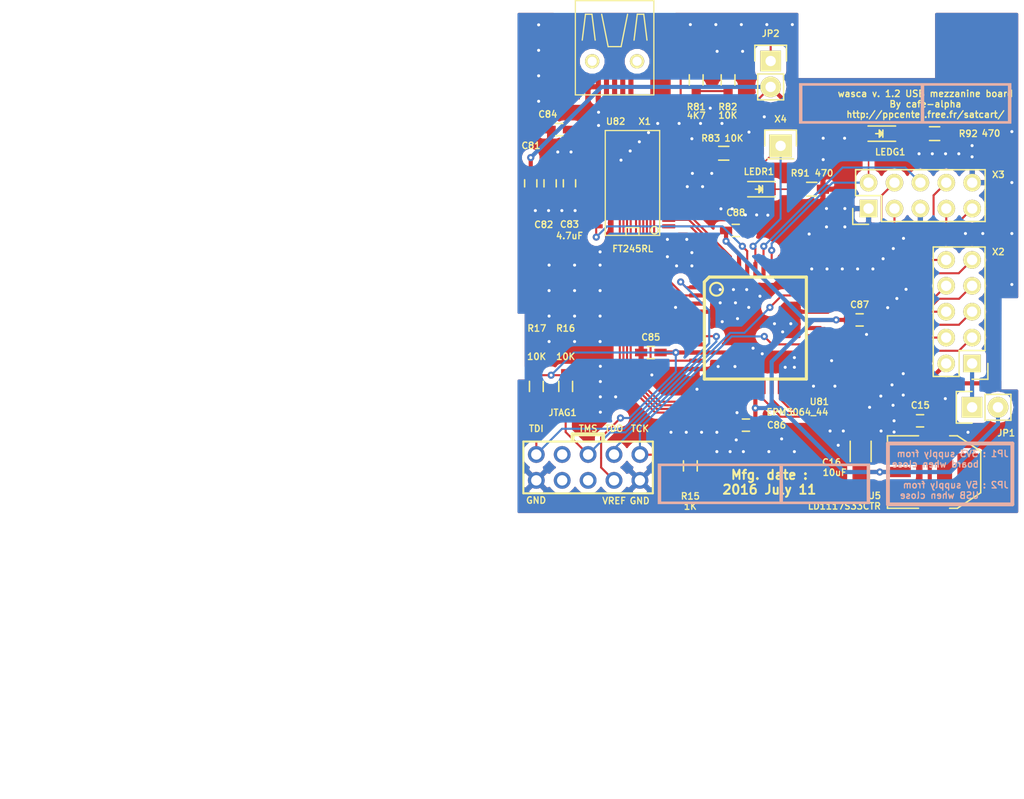
<source format=kicad_pcb>
(kicad_pcb (version 4) (host pcbnew 4.0.2-stable)
  (title_block (title "USB Mezzanine Board") (date 2016-07-09) (rev 4.1) (company cafe-alpha) (comment 2 "Distributed under GNU GENERAL PUBLIC LICENSE Version 2"))
  (layers (0 Front signal) (31 Back signal) (34 B.Paste user) (35 F.Paste user) (36 B.SilkS user) (37 F.SilkS user) (38 B.Mask user) (39 F.Mask user) (44 Edge.Cuts user))
  (net 0 "")
  (net 1 /+5V)
  (net 2 GND)
  (net 3 /+3_3V)
  (net 4 /ABUS_A1)
  (net 5 /ABUS_D0)
  (net 6 /ABUS_D1)
  (net 7 /ABUS_D2)
  (net 8 /ABUS_D3)
  (net 9 /ABUS_A2)
  (net 10 /ABUS_A0)
  (net 11 /JTAG_TMS)
  (net 12 /JTAG_TCK)
  (net 13 /JTAG_TDI)
  (net 14 /JTAG_TDO)
  (net 15 /ABUS_D7)
  (net 16 /ABUS_D6)
  (net 17 /ABUS_D5)
  (net 18 /ABUS_D4)
  (net 19 "Net-(U82-Pad15)")
  (net 20 "Net-(U82-Pad16)")
  (net 21 "Net-(C84-Pad1)")
  (net 22 "Net-(R81-Pad1)")
  (net 23 /USB_RD)
  (net 24 /USB_CS)
  (net 25 /+3_3V_BOARD)
  (net 26 "Net-(JP2-Pad1)")
  (net 27 "Net-(LEDG1-Pad1)")
  (net 28 "Net-(LEDR1-Pad1)")
  (net 29 /USB_SPARE2)
  (net 30 /USB_SPARE1)
  (net 31 /FTDI_PWREN)
  (net 32 /FTDI_D2)
  (net 33 /FTDI_D4)
  (net 34 /FTDI_D0)
  (net 35 /FTDI_OSCO)
  (net 36 /FTDI_RXF)
  (net 37 /FTDI_TXE)
  (net 38 /FTDI_WR)
  (net 39 /FTDI_RD)
  (net 40 /FTDI_D6)
  (net 41 /FTDI_D3)
  (net 42 /FTDI_D5)
  (net 43 /FTDI_D7)
  (net 44 /FTDI_D1)
  (net 45 /EPM_SPARE)
  (module Resistors_SMD:R_0603_HandSoldering (layer Front) (at 79.25 118 270)
    (fp_text reference R17 (at -5.7 -0.05 360) (layer F.SilkS) (effects (font (size 0.635 0.635) (thickness 0.127))))
    (fp_text value 10K (at -2.925 -0.025 360) (layer F.SilkS) (effects (font (size 0.635 0.635) (thickness 0.127))))
    (pad 1 smd rect (at -1.1 0 270) (size 1.2 0.9) (layers Front F.Paste F.Mask) (net 3 /+3_3V))
    (pad 2 smd rect (at 1.1 0 270) (size 1.2 0.9) (layers Front F.Paste F.Mask) (net 13 /JTAG_TDI))
  )
  (module Resistors_SMD:R_0603_HandSoldering (layer Front) (at 82.125 118 270)
    (fp_text reference R16 (at -5.7 0 360) (layer F.SilkS) (effects (font (size 0.635 0.635) (thickness 0.127))))
    (fp_text value 10K (at -2.925 0 360) (layer F.SilkS) (effects (font (size 0.635 0.635) (thickness 0.127))))
    (pad 1 smd rect (at -1.1 0 270) (size 1.2 0.9) (layers Front F.Paste F.Mask) (net 3 /+3_3V))
    (pad 2 smd rect (at 1.1 0 270) (size 1.2 0.9) (layers Front F.Paste F.Mask) (net 11 /JTAG_TMS))
  )
  (module Resistors_SMD:R_0603_HandSoldering (layer Front) (at 94.35 125.8 270)
    (fp_text reference R15 (at 2.975 0 360) (layer F.SilkS) (effects (font (size 0.635 0.635) (thickness 0.127))))
    (fp_text value 1K (at 3.975 0 360) (layer F.SilkS) (effects (font (size 0.635 0.635) (thickness 0.127))))
    (pad 1 smd rect (at -1.1 0 270) (size 1.2 0.9) (layers Front F.Paste F.Mask) (net 12 /JTAG_TCK))
    (pad 2 smd rect (at 1.1 0 270) (size 1.2 0.9) (layers Front F.Paste F.Mask) (net 2 GND))
  )
  (module Capacitors_SMD:C_0603_HandSoldering (layer Front) (at 116.875 121.375 180)
    (fp_text reference C15 (at -0.025 1.525 180) (layer F.SilkS) (effects (font (size 0.635 0.635) (thickness 0.127))))
    (fp_text value 0.1uF hide)
    (pad 1 smd rect (at -0.95 0 180) (size 1.2 0.75) (layers Front F.Paste F.Mask) (net 1 /+5V))
    (pad 2 smd rect (at 0.95 0 180) (size 1.2 0.75) (layers Front F.Paste F.Mask) (net 2 GND))
  )
  (module TO_SOT_Packages_SMD:SOT-223 (layer Front) (at 118.25 126.4 270)
    (fp_text reference U5 (at 2.325 5.85 360) (layer F.SilkS) (effects (font (size 0.635 0.635) (thickness 0.127))))
    (fp_text value LD1117S33CTR (at 3.35 8.8 360) (layer F.SilkS) (effects (font (size 0.635 0.635) (thickness 0.127))))
    (pad 4 smd rect (at 0 -3.302 270) (size 3.6576 2.032) (layers Front F.Paste F.Mask))
    (pad 2 smd rect (at 0 3.302 270) (size 1.016 2.032) (layers Front F.Paste F.Mask) (net 3 /+3_3V))
    (pad 3 smd rect (at 2.286 3.302 270) (size 1.016 2.032) (layers Front F.Paste F.Mask) (net 1 /+5V))
    (pad 1 smd rect (at -2.286 3.302 270) (size 1.016 2.032) (layers Front F.Paste F.Mask) (net 2 GND))
  )
  (module usbcart:JTAG_Header (layer Front) (at 84.325 125.95 180)
    (fp_text reference JTAG1 (at 2.5 5.375 180) (layer F.SilkS) (effects (font (size 0.635 0.635) (thickness 0.127))))
    (fp_text value AVR-JTAG-10 hide)
    (fp_text user TDI (at 5.08 3.81 360) (layer F.SilkS) (effects (font (size 0.635 0.635) (thickness 0.127))))
    (fp_text user TCK (at -5.08 3.81 360) (layer F.SilkS) (effects (font (size 0.635 0.635) (thickness 0.127))))
    (fp_text user TDO (at -2.54 3.81 360) (layer F.SilkS) (effects (font (size 0.635 0.635) (thickness 0.127))))
    (fp_text user TMS (at 0 3.81 360) (layer F.SilkS) (effects (font (size 0.635 0.635) (thickness 0.127))))
    (fp_text user VREF (at -2.55 -3.275 360) (layer F.SilkS) (effects (font (size 0.635 0.635) (thickness 0.127))))
    (fp_text user GND (at -5.05 -3.275 360) (layer F.SilkS) (effects (font (size 0.635 0.635) (thickness 0.127))))
    (fp_text user GND (at 5.1 -3.225 360) (layer F.SilkS) (effects (font (size 0.635 0.635) (thickness 0.127))))
    (pad 10 thru_hole circle (at 5.08 -1.27 180) (size 1.651 1.651) (drill 1.016) (layers *.Cu *.Mask) (net 2 GND))
    (pad 9 thru_hole circle (at 5.08 1.27 180) (size 1.651 1.651) (drill 1.016) (layers *.Cu *.Mask) (net 13 /JTAG_TDI))
    (pad 8 thru_hole circle (at 2.54 -1.27 180) (size 1.651 1.651) (drill 1.016) (layers *.Cu *.Mask))
    (pad 7 thru_hole circle (at 2.54 1.27 180) (size 1.651 1.651) (drill 1.016) (layers *.Cu *.Mask))
    (pad 6 thru_hole circle (at 0 -1.27 180) (size 1.651 1.651) (drill 1.016) (layers *.Cu *.Mask))
    (pad 5 thru_hole circle (at 0 1.27 180) (size 1.651 1.651) (drill 1.016) (layers *.Cu *.Mask) (net 11 /JTAG_TMS))
    (pad 4 thru_hole circle (at -2.54 -1.27 180) (size 1.651 1.651) (drill 1.016) (layers *.Cu *.Mask) (net 3 /+3_3V))
    (pad 3 thru_hole circle (at -2.54 1.27 180) (size 1.651 1.651) (drill 1.016) (layers *.Cu *.Mask) (net 14 /JTAG_TDO))
    (pad 2 thru_hole circle (at -5.08 -1.27 180) (size 1.651 1.651) (drill 1.016) (layers *.Cu *.Mask) (net 2 GND))
    (pad 1 thru_hole circle (at -5.08 1.27 180) (size 1.651 1.651) (drill 1.016) (layers *.Cu *.Mask) (net 12 /JTAG_TCK))
  )
  (module Pin_Headers:Pin_Header_Straight_1x02 (layer Front) (at 102.225 86.075)
    (fp_text reference JP2 (at 0 -2.7 180) (layer F.SilkS) (effects (font (size 0.635 0.635) (thickness 0.127))))
    (fp_text value JUMPER hide)
    (pad 1 thru_hole rect (at 0 0) (size 2.032 2.032) (drill 1.016) (layers *.Cu *.Mask F.SilkS) (net 26 "Net-(JP2-Pad1)"))
    (pad 2 thru_hole oval (at 0 2.54) (size 2.032 2.032) (drill 1.016) (layers *.Cu *.Mask F.SilkS) (net 1 /+5V))
  )
  (module usbcart:TQFP44 (layer Front) (at 100.725 112.275)
    (fp_text reference U81 (at 6.275 7.225) (layer F.SilkS) (effects (font (size 0.635 0.635) (thickness 0.127))))
    (fp_text value EPM3064_44 (at 4.125 8.25) (layer F.SilkS) (effects (font (size 0.635 0.635) (thickness 0.127))))
    (pad 39 smd rect (at 0 -5.715) (size 0.4064 1.524) (layers Front F.Paste F.Mask) (net 45 /EPM_SPARE))
    (pad 40 smd rect (at -0.8001 -5.715) (size 0.4064 1.524) (layers Front F.Paste F.Mask) (net 35 /FTDI_OSCO))
    (pad 41 smd rect (at -1.6002 -5.715) (size 0.4064 1.524) (layers Front F.Paste F.Mask) (net 3 /+3_3V))
    (pad 42 smd rect (at -2.4003 -5.715) (size 0.4064 1.524) (layers Front F.Paste F.Mask) (net 32 /FTDI_D2))
    (pad 43 smd rect (at -3.2004 -5.715) (size 0.4064 1.524) (layers Front F.Paste F.Mask) (net 33 /FTDI_D4))
    (pad 44 smd rect (at -4.0005 -5.715) (size 0.4064 1.524) (layers Front F.Paste F.Mask) (net 34 /FTDI_D0))
    (pad 38 smd rect (at 0.8001 -5.715) (size 0.4064 1.524) (layers Front F.Paste F.Mask) (net 30 /USB_SPARE1))
    (pad 37 smd rect (at 1.6002 -5.715) (size 0.4064 1.524) (layers Front F.Paste F.Mask) (net 29 /USB_SPARE2))
    (pad 36 smd rect (at 2.4003 -5.715) (size 0.4064 1.524) (layers Front F.Paste F.Mask) (net 2 GND))
    (pad 35 smd rect (at 3.2004 -5.715) (size 0.4064 1.524) (layers Front F.Paste F.Mask) (net 23 /USB_RD))
    (pad 34 smd rect (at 4.0005 -5.715) (size 0.4064 1.524) (layers Front F.Paste F.Mask) (net 24 /USB_CS))
    (pad 17 smd rect (at 0 5.715) (size 0.4064 1.524) (layers Front F.Paste F.Mask) (net 3 /+3_3V))
    (pad 16 smd rect (at -0.8001 5.715) (size 0.4064 1.524) (layers Front F.Paste F.Mask) (net 2 GND))
    (pad 15 smd rect (at -1.6002 5.715) (size 0.4064 1.524) (layers Front F.Paste F.Mask) (net 36 /FTDI_RXF))
    (pad 14 smd rect (at -2.4003 5.715) (size 0.4064 1.524) (layers Front F.Paste F.Mask) (net 37 /FTDI_TXE))
    (pad 13 smd rect (at -3.2004 5.715) (size 0.4064 1.524) (layers Front F.Paste F.Mask) (net 38 /FTDI_WR))
    (pad 12 smd rect (at -4.0005 5.715) (size 0.4064 1.524) (layers Front F.Paste F.Mask) (net 39 /FTDI_RD))
    (pad 18 smd rect (at 0.8001 5.715) (size 0.4064 1.524) (layers Front F.Paste F.Mask) (net 8 /ABUS_D3))
    (pad 19 smd rect (at 1.6002 5.715) (size 0.4064 1.524) (layers Front F.Paste F.Mask) (net 7 /ABUS_D2))
    (pad 20 smd rect (at 2.4003 5.715) (size 0.4064 1.524) (layers Front F.Paste F.Mask) (net 6 /ABUS_D1))
    (pad 21 smd rect (at 3.2004 5.715) (size 0.4064 1.524) (layers Front F.Paste F.Mask) (net 5 /ABUS_D0))
    (pad 22 smd rect (at 4.0005 5.715) (size 0.4064 1.524) (layers Front F.Paste F.Mask) (net 4 /ABUS_A1))
    (pad 6 smd rect (at -5.715 0) (size 1.524 0.4064) (layers Front F.Paste F.Mask) (net 40 /FTDI_D6))
    (pad 28 smd rect (at 5.715 0) (size 1.524 0.4064) (layers Front F.Paste F.Mask) (net 15 /ABUS_D7))
    (pad 7 smd rect (at -5.715 0.8001) (size 1.524 0.4064) (layers Front F.Paste F.Mask) (net 11 /JTAG_TMS))
    (pad 27 smd rect (at 5.715 0.8001) (size 1.524 0.4064) (layers Front F.Paste F.Mask) (net 16 /ABUS_D6))
    (pad 26 smd rect (at 5.715 1.6002) (size 1.524 0.4064) (layers Front F.Paste F.Mask) (net 12 /JTAG_TCK))
    (pad 8 smd rect (at -5.715 1.6002) (size 1.524 0.4064) (layers Front F.Paste F.Mask) (net 41 /FTDI_D3))
    (pad 9 smd rect (at -5.715 2.4003) (size 1.524 0.4064) (layers Front F.Paste F.Mask) (net 3 /+3_3V))
    (pad 25 smd rect (at 5.715 2.4003) (size 1.524 0.4064) (layers Front F.Paste F.Mask) (net 17 /ABUS_D5))
    (pad 24 smd rect (at 5.715 3.2004) (size 1.524 0.4064) (layers Front F.Paste F.Mask) (net 2 GND))
    (pad 10 smd rect (at -5.715 3.2004) (size 1.524 0.4064) (layers Front F.Paste F.Mask) (net 31 /FTDI_PWREN))
    (pad 11 smd rect (at -5.715 4.0005) (size 1.524 0.4064) (layers Front F.Paste F.Mask) (net 2 GND))
    (pad 23 smd rect (at 5.715 4.0005) (size 1.524 0.4064) (layers Front F.Paste F.Mask) (net 18 /ABUS_D4))
    (pad 29 smd rect (at 5.715 -0.8001) (size 1.524 0.4064) (layers Front F.Paste F.Mask) (net 3 /+3_3V))
    (pad 5 smd rect (at -5.715 -0.8001) (size 1.524 0.4064) (layers Front F.Paste F.Mask) (net 42 /FTDI_D5))
    (pad 4 smd rect (at -5.715 -1.6002) (size 1.524 0.4064) (layers Front F.Paste F.Mask) (net 2 GND))
    (pad 30 smd rect (at 5.715 -1.6002) (size 1.524 0.4064) (layers Front F.Paste F.Mask) (net 2 GND))
    (pad 31 smd rect (at 5.715 -2.4003) (size 1.524 0.4064) (layers Front F.Paste F.Mask) (net 10 /ABUS_A0))
    (pad 3 smd rect (at -5.715 -2.4003) (size 1.524 0.4064) (layers Front F.Paste F.Mask) (net 43 /FTDI_D7))
    (pad 2 smd rect (at -5.715 -3.2004) (size 1.524 0.4064) (layers Front F.Paste F.Mask) (net 44 /FTDI_D1))
    (pad 32 smd rect (at 5.715 -3.2004) (size 1.524 0.4064) (layers Front F.Paste F.Mask) (net 14 /JTAG_TDO))
    (pad 33 smd rect (at 5.715 -4.0005) (size 1.524 0.4064) (layers Front F.Paste F.Mask) (net 9 /ABUS_A2))
    (pad 1 smd rect (at -5.715 -4.0005) (size 1.524 0.4064) (layers Front F.Paste F.Mask) (net 13 /JTAG_TDI))
  )
  (module usbcart:SSOP28 (layer Front) (at 88.675 98.1 90)
    (fp_text reference U82 (at 6.10108 -1.64846 180) (layer F.SilkS) (effects (font (size 0.635 0.635) (thickness 0.127))))
    (fp_text value FT245RL (at -6.4 0.025 180) (layer F.SilkS) (effects (font (size 0.635 0.635) (thickness 0.127))))
    (pad 1 smd rect (at -4.191 3.556 90) (size 0.4064 1.27) (layers Front F.Paste F.Mask) (net 34 /FTDI_D0))
    (pad 2 smd rect (at -3.556 3.556 90) (size 0.4064 1.27) (layers Front F.Paste F.Mask) (net 33 /FTDI_D4))
    (pad 3 smd rect (at -2.8956 3.556 90) (size 0.4064 1.27) (layers Front F.Paste F.Mask) (net 32 /FTDI_D2))
    (pad 4 smd rect (at -2.2352 3.556 90) (size 0.4064 1.27) (layers Front F.Paste F.Mask) (net 1 /+5V))
    (pad 5 smd rect (at -1.6002 3.556 90) (size 0.4064 1.27) (layers Front F.Paste F.Mask) (net 44 /FTDI_D1))
    (pad 6 smd rect (at -0.9398 3.556 90) (size 0.4064 1.27) (layers Front F.Paste F.Mask) (net 43 /FTDI_D7))
    (pad 7 smd rect (at -0.2794 3.556 90) (size 0.4064 1.27) (layers Front F.Paste F.Mask) (net 2 GND))
    (pad 8 smd rect (at 0.3556 3.556 90) (size 0.4064 1.27) (layers Front F.Paste F.Mask))
    (pad 9 smd rect (at 1.016 3.556 90) (size 0.4064 1.27) (layers Front F.Paste F.Mask) (net 42 /FTDI_D5))
    (pad 10 smd rect (at 1.651 3.556 90) (size 0.4064 1.27) (layers Front F.Paste F.Mask) (net 40 /FTDI_D6))
    (pad 11 smd rect (at 2.3114 3.556 90) (size 0.4064 1.27) (layers Front F.Paste F.Mask) (net 41 /FTDI_D3))
    (pad 12 smd rect (at 2.9718 3.556 90) (size 0.4064 1.27) (layers Front F.Paste F.Mask) (net 31 /FTDI_PWREN))
    (pad 13 smd rect (at 3.6068 3.556 90) (size 0.4064 1.27) (layers Front F.Paste F.Mask) (net 39 /FTDI_RD))
    (pad 14 smd rect (at 4.2672 3.556 90) (size 0.4064 1.27) (layers Front F.Paste F.Mask) (net 38 /FTDI_WR))
    (pad 15 smd rect (at 4.2672 -3.556 90) (size 0.4064 1.27) (layers Front F.Paste F.Mask) (net 19 "Net-(U82-Pad15)"))
    (pad 16 smd rect (at 3.6068 -3.556 90) (size 0.4064 1.27) (layers Front F.Paste F.Mask) (net 20 "Net-(U82-Pad16)"))
    (pad 17 smd rect (at 2.9972 -3.556 90) (size 0.4064 1.27) (layers Front F.Paste F.Mask) (net 21 "Net-(C84-Pad1)"))
    (pad 18 smd rect (at 2.3114 -3.556 90) (size 0.4064 1.27) (layers Front F.Paste F.Mask) (net 2 GND))
    (pad 19 smd rect (at 1.651 -3.556 90) (size 0.4064 1.27) (layers Front F.Paste F.Mask) (net 22 "Net-(R81-Pad1)"))
    (pad 20 smd rect (at 1.016 -3.556 90) (size 0.4064 1.27) (layers Front F.Paste F.Mask) (net 1 /+5V))
    (pad 21 smd rect (at 0.3556 -3.556 90) (size 0.4064 1.27) (layers Front F.Paste F.Mask) (net 2 GND))
    (pad 22 smd rect (at -0.2794 -3.556 90) (size 0.4064 1.27) (layers Front F.Paste F.Mask) (net 37 /FTDI_TXE))
    (pad 23 smd rect (at -0.9398 -3.556 90) (size 0.4064 1.27) (layers Front F.Paste F.Mask) (net 36 /FTDI_RXF))
    (pad 24 smd rect (at -1.6002 -3.556 90) (size 0.4064 1.27) (layers Front F.Paste F.Mask))
    (pad 25 smd rect (at -2.2352 -3.556 90) (size 0.4064 1.27) (layers Front F.Paste F.Mask) (net 2 GND))
    (pad 26 smd rect (at -2.8956 -3.556 90) (size 0.4064 1.27) (layers Front F.Paste F.Mask) (net 2 GND))
    (pad 27 smd rect (at -3.556 -3.556 90) (size 0.4064 1.27) (layers Front F.Paste F.Mask))
    (pad 28 smd rect (at -4.191 -3.556 90) (size 0.4064 1.27) (layers Front F.Paste F.Mask) (net 35 /FTDI_OSCO))
  )
  (module usbcart:con-usb-USB-MB-S (layer Front) (at 86.925 86.1 270)
    (fp_text reference X1 (at 5.90042 -2.95148 360) (layer F.SilkS) (effects (font (size 0.635 0.635) (thickness 0.127))))
    (fp_text value USB-MB-S hide)
    (pad D+ smd rect (at 2.49936 0 270) (size 2.49936 0.49784) (layers Front F.Paste F.Mask) (net 19 "Net-(U82-Pad15)"))
    (pad D- smd rect (at 2.49936 -0.79756 270) (size 2.49936 0.49784) (layers Front F.Paste F.Mask) (net 20 "Net-(U82-Pad16)"))
    (pad GND smd rect (at 2.49936 1.59766 270) (size 2.49936 0.49784) (layers Front F.Paste F.Mask) (net 2 GND))
    (pad ID smd rect (at 2.49936 0.79756 270) (size 2.49936 0.49784) (layers Front F.Paste F.Mask))
    (pad P$1 smd rect (at -2.99974 4.49834 270) (size 2.49936 1.99898) (layers Front F.Paste F.Mask))
    (pad P$2 smd rect (at -2.99974 -4.49834 270) (size 2.49936 1.99898) (layers Front F.Paste F.Mask))
    (pad P$3 smd rect (at 2.49936 4.39928 270) (size 2.49936 1.99898) (layers Front F.Paste F.Mask))
    (pad P$4 smd rect (at 2.49936 -4.49834 270) (size 2.49936 1.99898) (layers Front F.Paste F.Mask))
    (pad P$5 thru_hole circle (at 0 -2.19964 270) (size 1.40716 1.40716) (drill 0.89916) (layers *.Cu F.Paste F.SilkS F.Mask))
    (pad P$6 thru_hole circle (at 0 2.19964 270) (size 1.40716 1.40716) (drill 0.89916) (layers *.Cu F.Paste F.SilkS F.Mask))
    (pad VBUS smd rect (at 2.49936 -1.59766 270) (size 2.49936 0.49784) (layers Front F.Paste F.Mask) (net 26 "Net-(JP2-Pad1)"))
  )
  (module Resistors_SMD:R_0603_HandSoldering (layer Front) (at 94.925 87.925 90)
    (fp_text reference R81 (at -2.65 0 180) (layer F.SilkS) (effects (font (size 0.635 0.635) (thickness 0.127))))
    (fp_text value 4K7 (at -3.5 0 180) (layer F.SilkS) (effects (font (size 0.635 0.635) (thickness 0.127))))
    (pad 1 smd rect (at -1.1 0 90) (size 1.2 0.9) (layers Front F.Paste F.Mask) (net 22 "Net-(R81-Pad1)"))
    (pad 2 smd rect (at 1.1 0 90) (size 1.2 0.9) (layers Front F.Paste F.Mask) (net 26 "Net-(JP2-Pad1)"))
  )
  (module Resistors_SMD:R_0603_HandSoldering (layer Front) (at 98.05 87.925 270)
    (fp_text reference R82 (at 2.65 0.025 360) (layer F.SilkS) (effects (font (size 0.635 0.635) (thickness 0.127))))
    (fp_text value 10K (at 3.475 0.025 360) (layer F.SilkS) (effects (font (size 0.635 0.635) (thickness 0.127))))
    (pad 1 smd rect (at -1.1 0 270) (size 1.2 0.9) (layers Front F.Paste F.Mask) (net 2 GND))
    (pad 2 smd rect (at 1.1 0 270) (size 1.2 0.9) (layers Front F.Paste F.Mask) (net 22 "Net-(R81-Pad1)"))
  )
  (module Resistors_SMD:R_0603_HandSoldering (layer Front) (at 97.625 95.125 180)
    (fp_text reference R83 (at 1.275 1.475 180) (layer F.SilkS) (effects (font (size 0.635 0.635) (thickness 0.127))))
    (fp_text value 10K (at -1 1.475 180) (layer F.SilkS) (effects (font (size 0.635 0.635) (thickness 0.127))))
    (pad 1 smd rect (at -1.1 0 180) (size 1.2 0.9) (layers Front F.Paste F.Mask) (net 1 /+5V))
    (pad 2 smd rect (at 1.1 0 180) (size 1.2 0.9) (layers Front F.Paste F.Mask) (net 31 /FTDI_PWREN))
  )
  (module Capacitors_SMD:C_0603_HandSoldering (layer Front) (at 78.7 98.075 270)
    (fp_text reference C81 (at -3.7 -0.025 360) (layer F.SilkS) (effects (font (size 0.635 0.635) (thickness 0.127))))
    (fp_text value 0.1uF hide)
    (pad 1 smd rect (at -0.95 0 270) (size 1.2 0.75) (layers Front F.Paste F.Mask) (net 1 /+5V))
    (pad 2 smd rect (at 0.95 0 270) (size 1.2 0.75) (layers Front F.Paste F.Mask) (net 2 GND))
  )
  (module Capacitors_SMD:C_0603_HandSoldering (layer Front) (at 80.6 98.075 270)
    (fp_text reference C82 (at 4.05 0.625 360) (layer F.SilkS) (effects (font (size 0.635 0.635) (thickness 0.127))))
    (fp_text value 0.1uF hide)
    (pad 1 smd rect (at -0.95 0 270) (size 1.2 0.75) (layers Front F.Paste F.Mask) (net 1 /+5V))
    (pad 2 smd rect (at 0.95 0 270) (size 1.2 0.75) (layers Front F.Paste F.Mask) (net 2 GND))
  )
  (module Capacitors_SMD:C_0603_HandSoldering (layer Front) (at 82.5 98.075 270)
    (fp_text reference C83 (at 4.025 0 360) (layer F.SilkS) (effects (font (size 0.635 0.635) (thickness 0.127))))
    (fp_text value 4.7uF (at 5.15 0 360) (layer F.SilkS) (effects (font (size 0.635 0.635) (thickness 0.127))))
    (pad 1 smd rect (at -0.95 0 270) (size 1.2 0.75) (layers Front F.Paste F.Mask) (net 1 /+5V))
    (pad 2 smd rect (at 0.95 0 270) (size 1.2 0.75) (layers Front F.Paste F.Mask) (net 2 GND))
  )
  (module Capacitors_SMD:C_0603_HandSoldering (layer Front) (at 81.5 92.8 180)
    (fp_text reference C84 (at 1.125 1.5 180) (layer F.SilkS) (effects (font (size 0.635 0.635) (thickness 0.127))))
    (fp_text value 0.1uF hide)
    (pad 1 smd rect (at -0.95 0 180) (size 1.2 0.75) (layers Front F.Paste F.Mask) (net 21 "Net-(C84-Pad1)"))
    (pad 2 smd rect (at 0.95 0 180) (size 1.2 0.75) (layers Front F.Paste F.Mask) (net 2 GND))
  )
  (module Capacitors_SMD:C_0603_HandSoldering (layer Front) (at 90.475 114.675 180)
    (fp_text reference C85 (at 0 1.5 180) (layer F.SilkS) (effects (font (size 0.635 0.635) (thickness 0.127))))
    (fp_text value 0.1uF hide)
    (pad 1 smd rect (at -0.95 0 180) (size 1.2 0.75) (layers Front F.Paste F.Mask) (net 3 /+3_3V))
    (pad 2 smd rect (at 0.95 0 180) (size 1.2 0.75) (layers Front F.Paste F.Mask) (net 2 GND))
  )
  (module Capacitors_SMD:C_0603_HandSoldering (layer Front) (at 99.8 121.8 180)
    (fp_text reference C86 (at -3 0 360) (layer F.SilkS) (effects (font (size 0.635 0.635) (thickness 0.127))))
    (fp_text value 0.1uF hide)
    (pad 1 smd rect (at -0.95 0 180) (size 1.2 0.75) (layers Front F.Paste F.Mask) (net 3 /+3_3V))
    (pad 2 smd rect (at 0.95 0 180) (size 1.2 0.75) (layers Front F.Paste F.Mask) (net 2 GND))
  )
  (module Capacitors_SMD:C_0603_HandSoldering (layer Front) (at 110.95 111.475)
    (fp_text reference C87 (at 0 -1.5) (layer F.SilkS) (effects (font (size 0.635 0.635) (thickness 0.127))))
    (fp_text value 0.1uF hide)
    (pad 1 smd rect (at -0.95 0) (size 1.2 0.75) (layers Front F.Paste F.Mask) (net 3 /+3_3V))
    (pad 2 smd rect (at 0.95 0) (size 1.2 0.75) (layers Front F.Paste F.Mask) (net 2 GND))
  )
  (module Capacitors_SMD:C_0603_HandSoldering (layer Front) (at 98.8 102.7)
    (fp_text reference C88 (at 0 -1.75 180) (layer F.SilkS) (effects (font (size 0.635 0.635) (thickness 0.127))))
    (fp_text value 0.1uF hide)
    (pad 1 smd rect (at -0.95 0) (size 1.2 0.75) (layers Front F.Paste F.Mask) (net 3 /+3_3V))
    (pad 2 smd rect (at 0.95 0) (size 1.2 0.75) (layers Front F.Paste F.Mask) (net 2 GND))
  )
  (module Capacitors_SMD:C_1206_HandSoldering (layer Front) (at 111.05 124.375 90)
    (fp_text reference C16 (at -1.075 -2.85 180) (layer F.SilkS) (effects (font (size 0.635 0.635) (thickness 0.127))))
    (fp_text value 10uF (at -2.075 -2.55 180) (layer F.SilkS) (effects (font (size 0.635 0.635) (thickness 0.127))))
    (pad 1 smd rect (at -2 0 90) (size 2 1.6) (layers Front F.Paste F.Mask) (net 3 /+3_3V))
    (pad 2 smd rect (at 2 0 90) (size 2 1.6) (layers Front F.Paste F.Mask) (net 2 GND))
  )
  (module Pin_Headers:Pin_Header_Straight_2x05 (layer Front) (at 121.975 115.75 180)
    (fp_text reference X2 (at -2.575 10.95 180) (layer F.SilkS) (effects (font (size 0.635 0.635) (thickness 0.127))))
    (fp_text value CONN_02X05 hide)
    (pad 1 thru_hole rect (at 0 0 180) (size 1.7272 1.7272) (drill 1.016) (layers *.Cu *.Mask F.SilkS) (net 25 /+3_3V_BOARD))
    (pad 2 thru_hole oval (at 2.54 0 180) (size 1.7272 1.7272) (drill 1.016) (layers *.Cu *.Mask F.SilkS) (net 1 /+5V))
    (pad 3 thru_hole oval (at 0 2.54 180) (size 1.7272 1.7272) (drill 1.016) (layers *.Cu *.Mask F.SilkS) (net 8 /ABUS_D3))
    (pad 4 thru_hole oval (at 2.54 2.54 180) (size 1.7272 1.7272) (drill 1.016) (layers *.Cu *.Mask F.SilkS) (net 7 /ABUS_D2))
    (pad 5 thru_hole oval (at 0 5.08 180) (size 1.7272 1.7272) (drill 1.016) (layers *.Cu *.Mask F.SilkS) (net 6 /ABUS_D1))
    (pad 6 thru_hole oval (at 2.54 5.08 180) (size 1.7272 1.7272) (drill 1.016) (layers *.Cu *.Mask F.SilkS) (net 5 /ABUS_D0))
    (pad 7 thru_hole oval (at 0 7.62 180) (size 1.7272 1.7272) (drill 1.016) (layers *.Cu *.Mask F.SilkS) (net 4 /ABUS_A1))
    (pad 8 thru_hole oval (at 2.54 7.62 180) (size 1.7272 1.7272) (drill 1.016) (layers *.Cu *.Mask F.SilkS) (net 18 /ABUS_D4))
    (pad 9 thru_hole oval (at 0 10.16 180) (size 1.7272 1.7272) (drill 1.016) (layers *.Cu *.Mask F.SilkS) (net 17 /ABUS_D5))
    (pad 10 thru_hole oval (at 2.54 10.16 180) (size 1.7272 1.7272) (drill 1.016) (layers *.Cu *.Mask F.SilkS) (net 16 /ABUS_D6))
  )
  (module Pin_Headers:Pin_Header_Straight_2x05 (layer Front) (at 111.825 100.55 90)
    (fp_text reference X3 (at 3.325 12.725 180) (layer F.SilkS) (effects (font (size 0.635 0.635) (thickness 0.127))))
    (fp_text value CONN_02X05 hide)
    (pad 1 thru_hole rect (at 0 0 90) (size 1.7272 1.7272) (drill 1.016) (layers *.Cu *.Mask F.SilkS) (net 2 GND))
    (pad 2 thru_hole oval (at 2.54 0 90) (size 1.7272 1.7272) (drill 1.016) (layers *.Cu *.Mask F.SilkS) (net 29 /USB_SPARE2))
    (pad 3 thru_hole oval (at 0 2.54 90) (size 1.7272 1.7272) (drill 1.016) (layers *.Cu *.Mask F.SilkS) (net 24 /USB_CS))
    (pad 4 thru_hole oval (at 2.54 2.54 90) (size 1.7272 1.7272) (drill 1.016) (layers *.Cu *.Mask F.SilkS) (net 23 /USB_RD))
    (pad 5 thru_hole oval (at 0 5.08 90) (size 1.7272 1.7272) (drill 1.016) (layers *.Cu *.Mask F.SilkS) (net 2 GND))
    (pad 6 thru_hole oval (at 2.54 5.08 90) (size 1.7272 1.7272) (drill 1.016) (layers *.Cu *.Mask F.SilkS) (net 30 /USB_SPARE1))
    (pad 7 thru_hole oval (at 0 7.62 90) (size 1.7272 1.7272) (drill 1.016) (layers *.Cu *.Mask F.SilkS) (net 10 /ABUS_A0))
    (pad 8 thru_hole oval (at 2.54 7.62 90) (size 1.7272 1.7272) (drill 1.016) (layers *.Cu *.Mask F.SilkS) (net 9 /ABUS_A2))
    (pad 9 thru_hole oval (at 0 10.16 90) (size 1.7272 1.7272) (drill 1.016) (layers *.Cu *.Mask F.SilkS) (net 15 /ABUS_D7))
    (pad 10 thru_hole oval (at 2.54 10.16 90) (size 1.7272 1.7272) (drill 1.016) (layers *.Cu *.Mask F.SilkS) (net 2 GND))
  )
  (module Pin_Headers:Pin_Header_Straight_1x02 (layer Front) (at 121.975 120.05 90)
    (fp_text reference JP1 (at -2.525 3.35 180) (layer F.SilkS) (effects (font (size 0.635 0.635) (thickness 0.127))))
    (fp_text value JUMPER hide)
    (pad 1 thru_hole rect (at 0 0 90) (size 2.032 2.032) (drill 1.016) (layers *.Cu *.Mask F.SilkS) (net 25 /+3_3V_BOARD))
    (pad 2 thru_hole oval (at 0 2.54 90) (size 2.032 2.032) (drill 1.016) (layers *.Cu *.Mask F.SilkS) (net 3 /+3_3V))
  )
  (module LEDs:LED_0805 (layer Front) (at 112.875 93.2 180)
    (fp_text reference LEDG1 (at -1.075 -1.8 180) (layer F.SilkS) (effects (font (size 0.635 0.635) (thickness 0.127))))
    (fp_text value LED hide)
    (pad 2 smd rect (at 1.04902 0) (size 1.19888 1.19888) (layers Front F.Paste F.Mask) (net 29 /USB_SPARE2))
    (pad 1 smd rect (at -1.04902 0) (size 1.19888 1.19888) (layers Front F.Paste F.Mask) (net 27 "Net-(LEDG1-Pad1)"))
  )
  (module LEDs:LED_0805 (layer Front) (at 101.075 98.65 180)
    (fp_text reference LEDR1 (at 0.005 1.72 180) (layer F.SilkS) (effects (font (size 0.635 0.635) (thickness 0.127))))
    (fp_text value LED hide)
    (pad 2 smd rect (at 1.04902 0) (size 1.19888 1.19888) (layers Front F.Paste F.Mask) (net 45 /EPM_SPARE))
    (pad 1 smd rect (at -1.04902 0) (size 1.19888 1.19888) (layers Front F.Paste F.Mask) (net 28 "Net-(LEDR1-Pad1)"))
  )
  (module Resistors_SMD:R_0603_HandSoldering (layer Front) (at 106.25 98.65 180)
    (fp_text reference R91 (at 1.125 1.575 180) (layer F.SilkS) (effects (font (size 0.635 0.635) (thickness 0.127))))
    (fp_text value 470 (at -1.2 1.575 180) (layer F.SilkS) (effects (font (size 0.635 0.635) (thickness 0.127))))
    (pad 1 smd rect (at -1.1 0 180) (size 1.2 0.9) (layers Front F.Paste F.Mask) (net 2 GND))
    (pad 2 smd rect (at 1.1 0 180) (size 1.2 0.9) (layers Front F.Paste F.Mask) (net 28 "Net-(LEDR1-Pad1)"))
  )
  (module Resistors_SMD:R_0603_HandSoldering (layer Front) (at 118.3 93.2 180)
    (fp_text reference R92 (at -3.3 0 180) (layer F.SilkS) (effects (font (size 0.635 0.635) (thickness 0.127))))
    (fp_text value 470 (at -5.525 0.025 180) (layer F.SilkS) (effects (font (size 0.635 0.635) (thickness 0.127))))
    (pad 1 smd rect (at -1.1 0 180) (size 1.2 0.9) (layers Front F.Paste F.Mask) (net 2 GND))
    (pad 2 smd rect (at 1.1 0 180) (size 1.2 0.9) (layers Front F.Paste F.Mask) (net 27 "Net-(LEDG1-Pad1)"))
  )
  (module Pin_Headers:Pin_Header_Straight_1x01 (layer Front) (at 103.2 94.4)
    (fp_text reference X4 (at 0 -2.625) (layer F.SilkS) (effects (font (size 0.635 0.635) (thickness 0.127))))
    (fp_text value CONN_01X01 hide)
    (pad 1 thru_hole rect (at 0 0) (size 2.2352 2.2352) (drill 1.016) (layers *.Cu *.Mask F.SilkS) (net 45 /EPM_SPARE))
  )
  (module usbcart:FRAME (layer Back) (at 115.5 90.275)
    (fp_text reference G*** hide)
    (fp_text value FRAME hide)
  )
  (module usbcart:LOGO_VACHE_SIM (layer Front) (at 122.625 84.85)
    (fp_text reference G*** hide)
    (fp_text value LOGO_VACHE_SIM hide)
    (fp_poly (pts (xy 2.54 1.25222) (xy 2.48158 1.34112) (xy 2.3368 1.50876) (xy 2.1336 1.71704) (xy 1.89992 1.93294) (xy 1.82626 1.9812) (xy 1.82626 1.71196) (xy 1.81356 1.68656) (xy 1.71196 1.64338) (xy 1.68402 1.65608) (xy 1.64338 1.75768) (xy 1.65354 1.78562) (xy 1.75768 1.82626) (xy 1.78308 1.8161) (xy 1.82626 1.71196) (xy 1.82626 1.9812) (xy 1.74752 2.03454) (xy 1.651 2.03454) (xy 1.6256 2.01676) (xy 1.524 1.97358) (xy 1.40208 2.03708) (xy 1.40208 1.71196) (xy 1.39192 1.68656) (xy 1.28778 1.64338) (xy 1.26238 1.65608) (xy 1.2192 1.75768) (xy 1.2319 1.78562) (xy 1.3335 1.82626) (xy 1.36144 1.8161) (xy 1.40208 1.71196) (xy 1.40208 2.03708) (xy 1.38684 2.04724) (xy 1.31572 2.11328) (xy 1.15824 2.23774) (xy 1.1557 2.23774) (xy 1.1557 1.97866) (xy 1.143 1.94818) (xy 1.0668 1.8669) (xy 1.05156 1.86182) (xy 1.016 1.92786) (xy 1.016 1.94818) (xy 1.0795 2.02946) (xy 1.1049 2.032) (xy 1.1557 1.97866) (xy 1.1557 2.23774) (xy 1.04648 2.2479) (xy 0.96774 2.1971) (xy 0.84328 2.13106) (xy 0.76962 2.18694) (xy 0.6604 2.23266) (xy 0.4318 2.2606) (xy 0.13208 2.2733) (xy -0.19304 2.2733) (xy -0.49022 2.25806) (xy -0.508 2.25298) (xy -0.508 1.94818) (xy -0.57658 1.87198) (xy -0.635 1.86182) (xy -0.7493 1.90754) (xy -0.762 1.94818) (xy -0.69596 2.02184) (xy -0.635 2.032) (xy -0.52324 1.98628) (xy -0.508 1.94818) (xy -0.508 2.25298) (xy -0.71628 2.22504) (xy -0.81788 2.18186) (xy -0.90932 2.16662) (xy -0.98552 2.2098) (xy -1.016 2.2225) (xy -1.016 1.94818) (xy -1.08204 1.86436) (xy -1.10236 1.86182) (xy -1.18364 1.92786) (xy -1.18618 1.94818) (xy -1.12268 2.02946) (xy -1.10236 2.032) (xy -1.01854 1.96596) (xy -1.016 1.94818) (xy -1.016 2.2225) (xy -1.12014 2.26822) (xy -1.20396 2.21742) (xy -1.32588 2.16408) (xy -1.41732 2.21742) (xy -1.44018 2.22504) (xy -1.44018 1.94818) (xy -1.50622 1.86436) (xy -1.524 1.86182) (xy -1.60782 1.92786) (xy -1.61036 1.94818) (xy -1.54432 2.02946) (xy -1.524 2.032) (xy -1.44272 1.96596) (xy -1.44018 1.94818) (xy -1.44018 2.22504) (xy -1.54686 2.26822) (xy -1.62814 2.21742) (xy -1.7526 2.16662) (xy -1.83642 2.21234) (xy -1.97612 2.2606) (xy -2.06756 2.20726) (xy -2.19456 2.15646) (xy -2.24282 2.1971) (xy -2.30886 2.26822) (xy -2.39776 2.25806) (xy -2.54 2.15392) (xy -2.76098 1.94056) (xy -2.78638 1.91262) (xy -3.00228 1.6637) (xy -3.0988 1.49098) (xy -3.08356 1.41478) (xy -2.96672 1.45034) (xy -2.7559 1.61036) (xy -2.667 1.69418) (xy -2.43586 1.89738) (xy -2.28854 1.97104) (xy -2.2479 1.95072) (xy -2.16154 1.89738) (xy -2.0701 1.95072) (xy -1.96596 1.98882) (xy -1.83896 1.90754) (xy -1.75006 1.80848) (xy -1.59766 1.65862) (xy -1.48844 1.63322) (xy -1.4224 1.67132) (xy -1.29032 1.72974) (xy -1.20396 1.6764) (xy -1.08458 1.6256) (xy -0.99314 1.6764) (xy -0.86106 1.7272) (xy -0.77724 1.67386) (xy -0.68834 1.64338) (xy -0.55118 1.7145) (xy -0.3429 1.89992) (xy -0.13462 2.08788) (xy 0.00254 2.16154) (xy 0.1016 2.13614) (xy 0.10668 2.13106) (xy 0.23876 2.08026) (xy 0.32258 2.13614) (xy 0.40894 2.16408) (xy 0.54102 2.0955) (xy 0.74676 1.91516) (xy 0.82804 1.83642) (xy 1.09474 1.59004) (xy 1.27762 1.46812) (xy 1.39954 1.45796) (xy 1.4732 1.54432) (xy 1.52908 1.60782) (xy 1.57226 1.54432) (xy 1.67132 1.45542) (xy 1.79578 1.45034) (xy 1.86182 1.53162) (xy 1.86182 1.53924) (xy 1.91262 1.55194) (xy 2.04216 1.46304) (xy 2.09804 1.41224) (xy 2.2987 1.25222) (xy 2.45618 1.18618) (xy 2.53492 1.22428) (xy 2.54 1.25222) (xy 2.54 1.25222)) (layer Front) (width 0.00254))
    (fp_poly (pts (xy 2.96164 0.24384) (xy 2.90068 0.381) (xy 2.74574 0.57658) (xy 2.53746 0.7874) (xy 2.32156 0.96774) (xy 2.18186 1.0541) (xy 1.90754 1.14554) (xy 1.6129 1.18364) (xy 1.60782 1.18618) (xy 1.27 1.25476) (xy 1.06426 1.397) (xy 0.89662 1.5367) (xy 0.77978 1.60528) (xy 0.76708 1.60782) (xy 0.6604 1.66624) (xy 0.59182 1.73482) (xy 0.39878 1.84658) (xy 0.14224 1.8542) (xy -0.11684 1.76022) (xy -0.254 1.651) (xy -0.37592 1.54178) (xy -0.51054 1.47828) (xy -0.7112 1.4478) (xy -1.02108 1.44018) (xy -1.10744 1.44018) (xy -1.4859 1.45034) (xy -1.72466 1.48844) (xy -1.8542 1.55448) (xy -1.86436 1.56718) (xy -1.9939 1.67132) (xy -2.13868 1.66116) (xy -2.32664 1.524) (xy -2.45364 1.39954) (xy -2.62382 1.20396) (xy -2.67462 1.07696) (xy -2.63906 0.9906) (xy -2.60096 0.88138) (xy -2.68224 0.74676) (xy -2.75336 0.67564) (xy -2.88036 0.52832) (xy -2.94386 0.35052) (xy -2.96418 0.08128) (xy -2.96418 -0.00508) (xy -2.93878 -0.36322) (xy -2.86258 -0.56642) (xy -2.83718 -0.59182) (xy -2.72542 -0.74422) (xy -2.7559 -0.90932) (xy -2.92354 -1.10236) (xy -3.1369 -1.30048) (xy -2.921 -1.52654) (xy -2.78638 -1.68402) (xy -2.76352 -1.78054) (xy -2.83464 -1.85928) (xy -2.91846 -1.9812) (xy -2.91338 -2.04724) (xy -2.82448 -2.05232) (xy -2.6797 -1.95834) (xy -2.65938 -1.93802) (xy -2.45364 -1.74752) (xy -2.67462 -1.51892) (xy -2.81686 -1.33858) (xy -2.83464 -1.2446) (xy -2.74828 -1.23444) (xy -2.5781 -1.3081) (xy -2.34696 -1.46812) (xy -2.28854 -1.51638) (xy -2.05486 -1.7018) (xy -1.87198 -1.80594) (xy -1.67132 -1.85166) (xy -1.3843 -1.86182) (xy -1.30556 -1.86182) (xy -0.93472 -1.84658) (xy -0.69342 -1.79324) (xy -0.57912 -1.72212) (xy -0.44958 -1.62814) (xy -0.34544 -1.65862) (xy -0.26924 -1.72212) (xy -0.09906 -1.84404) (xy 0.02794 -1.82626) (xy 0.12954 -1.7145) (xy 0.2413 -1.6256) (xy 0.30988 -1.6383) (xy 0.30734 -1.73228) (xy 0.22352 -1.82118) (xy 0.11684 -1.98628) (xy 0.15748 -2.19456) (xy 0.32512 -2.40284) (xy 0.43434 -2.48158) (xy 0.52324 -2.46126) (xy 0.6477 -2.3241) (xy 0.67564 -2.28854) (xy 0.84328 -2.09804) (xy 0.98298 -2.04978) (xy 1.13792 -2.1463) (xy 1.28016 -2.2987) (xy 1.50622 -2.5654) (xy 1.7145 -2.34188) (xy 1.87452 -2.19202) (xy 1.99136 -2.11836) (xy 2.00406 -2.11582) (xy 2.13106 -2.0574) (xy 2.28346 -1.91262) (xy 2.42062 -1.73482) (xy 2.49428 -1.57988) (xy 2.49174 -1.51638) (xy 2.413 -1.4859) (xy 2.28346 -1.59004) (xy 2.22504 -1.65862) (xy 2.08788 -1.81356) (xy 2.00406 -1.84658) (xy 1.92532 -1.77292) (xy 1.91262 -1.75768) (xy 1.76022 -1.6256) (xy 1.63068 -1.64592) (xy 1.60782 -1.68402) (xy 1.60782 -2.159) (xy 1.5621 -2.2733) (xy 1.524 -2.286) (xy 1.4478 -2.21742) (xy 1.43764 -2.159) (xy 1.48336 -2.04724) (xy 1.524 -2.032) (xy 1.59766 -2.10058) (xy 1.60782 -2.159) (xy 1.60782 -1.68402) (xy 1.57734 -1.73228) (xy 1.49098 -1.81102) (xy 1.28778 -1.8415) (xy 1.08204 -1.83896) (xy 0.7874 -1.81102) (xy 0.59182 -1.73736) (xy 0.508 -1.66624) (xy 0.508 -2.159) (xy 0.46228 -2.2733) (xy 0.42164 -2.286) (xy 0.34798 -2.21742) (xy 0.33782 -2.159) (xy 0.38354 -2.04724) (xy 0.42164 -2.032) (xy 0.49784 -2.10058) (xy 0.508 -2.159) (xy 0.508 -1.66624) (xy 0.42672 -1.59258) (xy 0.42672 -1.59004) (xy 0.28194 -1.44526) (xy 0.18542 -1.41478) (xy 0.07874 -1.4859) (xy 0.0635 -1.4986) (xy -0.0635 -1.59258) (xy -0.16256 -1.56464) (xy -0.23114 -1.50114) (xy -0.32258 -1.38684) (xy -0.29718 -1.28524) (xy -0.2159 -1.18872) (xy -0.11684 -1.04648) (xy -0.10922 -0.9652) (xy -0.18542 -0.99568) (xy -0.33528 -1.12522) (xy -0.4699 -1.26238) (xy -0.64516 -1.4478) (xy -0.78994 -1.55194) (xy -0.96012 -1.59766) (xy -1.2192 -1.60782) (xy -1.34874 -1.60782) (xy -1.66116 -1.60274) (xy -1.86182 -1.56972) (xy -2.01168 -1.49098) (xy -2.16662 -1.34874) (xy -2.18694 -1.33096) (xy -2.37236 -1.08458) (xy -2.45618 -0.85598) (xy -2.45618 -0.83312) (xy -2.50444 -0.62484) (xy -2.58318 -0.508) (xy -2.67462 -0.34036) (xy -2.71018 -0.0508) (xy -2.71018 -0.01524) (xy -2.68224 0.28194) (xy -2.57556 0.50038) (xy -2.48666 0.60452) (xy -2.34696 0.77216) (xy -2.32156 0.88392) (xy -2.37236 0.97282) (xy -2.43332 1.0922) (xy -2.35966 1.19634) (xy -2.32156 1.22682) (xy -2.1082 1.3335) (xy -1.91516 1.33604) (xy -1.82118 1.27) (xy -1.71704 1.22936) (xy -1.48844 1.19888) (xy -1.1811 1.18618) (xy -1.11252 1.18618) (xy -0.7747 1.18872) (xy -0.55626 1.21158) (xy -0.40894 1.26746) (xy -0.28194 1.36906) (xy -0.21336 1.44018) (xy 0.0254 1.63576) (xy 0.23368 1.68402) (xy 0.41656 1.6129) (xy 0.4953 1.52908) (xy 0.43688 1.41478) (xy 0.42672 1.40208) (xy 0.35306 1.25984) (xy 0.40386 1.20396) (xy 0.53594 1.26492) (xy 0.56896 1.29286) (xy 0.74168 1.37668) (xy 0.88646 1.34874) (xy 0.95758 1.2319) (xy 0.9271 1.0922) (xy 0.83058 0.9779) (xy 0.76962 0.96774) (xy 0.68072 0.93472) (xy 0.51562 0.80772) (xy 0.37592 0.6731) (xy 0.21336 0.49276) (xy 0.13208 0.37084) (xy 0.13716 0.33782) (xy 0.254 0.39624) (xy 0.38862 0.51816) (xy 0.5842 0.68072) (xy 0.82042 0.81534) (xy 1.04902 0.87884) (xy 1.33858 0.91694) (xy 1.6383 0.92964) (xy 1.89484 0.91186) (xy 2.05232 0.86614) (xy 2.07264 0.84582) (xy 2.19456 0.76962) (xy 2.25044 0.762) (xy 2.3876 0.6985) (xy 2.56032 0.54864) (xy 2.71018 0.37084) (xy 2.78892 0.2159) (xy 2.78892 0.20066) (xy 2.73304 0.07112) (xy 2.66954 0.00254) (xy 2.57302 -0.12954) (xy 2.45364 -0.36576) (xy 2.36728 -0.57912) (xy 2.23774 -0.8763) (xy 2.09804 -1.13284) (xy 2.00914 -1.24968) (xy 1.91262 -1.37922) (xy 1.9177 -1.44018) (xy 1.92532 -1.44018) (xy 2.03454 -1.37668) (xy 2.17932 -1.2319) (xy 2.30886 -1.06426) (xy 2.36982 -0.93218) (xy 2.36982 -0.92456) (xy 2.41046 -0.82296) (xy 2.5146 -0.61722) (xy 2.66192 -0.3556) (xy 2.667 -0.35052) (xy 2.81432 -0.08382) (xy 2.921 0.12954) (xy 2.96164 0.24384) (xy 2.96164 0.24384)) (layer Front) (width 0.00254))
    (fp_poly (pts (xy -0.5334 0.39878) (xy -0.5461 0.47752) (xy -0.65786 0.59182) (xy -0.762 0.67564) (xy -0.762 0.42418) (xy -0.82804 0.34036) (xy -0.84836 0.33782) (xy -0.92964 0.40386) (xy -0.93218 0.42418) (xy -0.86868 0.50546) (xy -0.84836 0.508) (xy -0.76454 0.44196) (xy -0.762 0.42418) (xy -0.762 0.67564) (xy -0.82042 0.72644) (xy -0.93472 0.7366) (xy -1.06172 0.61722) (xy -1.12268 0.54356) (xy -1.2954 0.32258) (xy -1.48336 0.54356) (xy -1.6383 0.70104) (xy -1.76276 0.73914) (xy -1.91008 0.65532) (xy -2.0701 0.508) (xy -2.2225 0.34036) (xy -2.2606 0.2286) (xy -2.20726 0.13208) (xy -2.13868 -0.00254) (xy -2.20472 -0.12954) (xy -2.25552 -0.23622) (xy -2.20726 -0.3556) (xy -2.07264 -0.51054) (xy -1.905 -0.66802) (xy -1.78308 -0.75692) (xy -1.76022 -0.762) (xy -1.65608 -0.70358) (xy -1.49606 -0.56134) (xy -1.3335 -0.38862) (xy -1.21412 -0.23368) (xy -1.18618 -0.16764) (xy -1.25476 -0.09398) (xy -1.31318 -0.08382) (xy -1.42748 -0.13462) (xy -1.44018 -0.17526) (xy -1.49606 -0.30226) (xy -1.61544 -0.43942) (xy -1.73228 -0.508) (xy -1.73736 -0.508) (xy -1.84912 -0.44704) (xy -1.97104 -0.31496) (xy -2.032 -0.18796) (xy -2.032 -0.18288) (xy -1.9685 -0.0762) (xy -1.92786 -0.0508) (xy -1.86436 0.00508) (xy -1.92786 0.04826) (xy -2.02438 0.14732) (xy -2.032 0.18288) (xy -1.97612 0.3048) (xy -1.85674 0.43942) (xy -1.74244 0.508) (xy -1.73736 0.508) (xy -1.62306 0.4445) (xy -1.50114 0.30988) (xy -1.44018 0.18034) (xy -1.44018 0.17526) (xy -1.3716 0.09398) (xy -1.31318 0.08382) (xy -1.20142 0.1524) (xy -1.18618 0.21082) (xy -1.14046 0.32512) (xy -1.10236 0.33782) (xy -1.02616 0.26924) (xy -1.016 0.21082) (xy -1.06172 0.09906) (xy -1.10236 0.08382) (xy -1.18364 0.02032) (xy -1.18618 0) (xy -1.12776 -0.0762) (xy -1.00838 -0.07112) (xy -0.9144 0.00762) (xy -0.90932 0.02032) (xy -0.8382 0.08382) (xy -0.80772 0.06858) (xy -0.82042 -0.02032) (xy -0.93472 -0.1651) (xy -0.97282 -0.2032) (xy -1.10744 -0.36322) (xy -1.15062 -0.49022) (xy -1.14554 -0.50546) (xy -1.05664 -0.508) (xy -0.889 -0.38862) (xy -0.78232 -0.28956) (xy -0.60706 -0.10668) (xy -0.54102 -0.00254) (xy -0.5715 0.0635) (xy -0.63246 0.10414) (xy -0.74422 0.18034) (xy -0.71374 0.24638) (xy -0.635 0.30734) (xy -0.5334 0.39878) (xy -0.5334 0.39878)) (layer Front) (width 0.00254))
    (fp_poly (pts (xy -1.44272 0.00508) (xy -1.50368 0.04826) (xy -1.60274 0.16764) (xy -1.61036 0.21844) (xy -1.67894 0.32512) (xy -1.73736 0.33782) (xy -1.84912 0.26924) (xy -1.86436 0.21082) (xy -1.79578 0.09906) (xy -1.73736 0.08382) (xy -1.62306 0.0381) (xy -1.61036 0) (xy -1.67894 -0.0762) (xy -1.73736 -0.08382) (xy -1.84912 -0.1524) (xy -1.86436 -0.21082) (xy -1.79578 -0.32512) (xy -1.73736 -0.33782) (xy -1.6256 -0.27432) (xy -1.61036 -0.21844) (xy -1.54432 -0.07874) (xy -1.50368 -0.0508) (xy -1.44272 0.00508) (xy -1.44272 0.00508)) (layer Front) (width 0.00254))
    (fp_poly (pts (xy 1.65354 0.22606) (xy 1.59004 0.32004) (xy 1.524 0.33782) (xy 1.41224 0.27686) (xy 1.39954 0.25908) (xy 1.40462 0.16002) (xy 1.50622 0.10668) (xy 1.60782 0.127) (xy 1.65354 0.22606) (xy 1.65354 0.22606)) (layer Front) (width 0.00254))
    (fp_poly (pts (xy 2.24536 0.22606) (xy 2.18186 0.32004) (xy 2.11582 0.33782) (xy 2.00406 0.27686) (xy 1.99136 0.25908) (xy 1.99644 0.16002) (xy 2.09804 0.10668) (xy 2.20218 0.127) (xy 2.24536 0.22606) (xy 2.24536 0.22606)) (layer Front) (width 0.00254))
    (fp_poly (pts (xy 0.1397 0.02286) (xy 0.07874 0.14224) (xy 0 0.17018) (xy -0.10922 0.10668) (xy -0.13208 0.0762) (xy -0.14224 -0.05334) (xy -0.05334 -0.1397) (xy 0.06858 -0.12954) (xy 0.09398 -0.10922) (xy 0.1397 0.02286) (xy 0.1397 0.02286)) (layer Front) (width 0.00254))
    (fp_poly (pts (xy 1.16586 -0.68072) (xy 1.16332 -0.65532) (xy 1.06426 -0.57658) (xy 0.87376 -0.52832) (xy 0.68072 -0.5207) (xy 0.56642 -0.56134) (xy 0.508 -0.67564) (xy 0.6096 -0.74168) (xy 0.85344 -0.762) (xy 1.08712 -0.74168) (xy 1.16586 -0.68072) (xy 1.16586 -0.68072)) (layer Front) (width 0.00254))
    (fp_poly (pts (xy 2.01168 -0.66548) (xy 2.00914 -0.65532) (xy 1.90754 -0.56896) (xy 1.72466 -0.5207) (xy 1.55194 -0.53086) (xy 1.4986 -0.56134) (xy 1.44018 -0.67818) (xy 1.54178 -0.74422) (xy 1.74244 -0.762) (xy 1.9558 -0.73914) (xy 2.01168 -0.66548) (xy 2.01168 -0.66548)) (layer Front) (width 0.00254))
  )
  (module usbcart:FRAME (layer Back) (at 101.65 127.6)
    (fp_text reference G*** hide)
    (fp_text value FRAME hide)
  )
  (gr_text "Mfg. date :\n2016 July 11" (at 102.1 127.4) (layer F.SilkS) (effects (font (size 0.8992 0.8992) (thickness 0.1905))))
  (gr_line (start 85.8 122.7) (end 85.8 123.3) (angle 90) (layer F.SilkS) (width 0.381))
  (gr_line (start 82.8 122.7) (end 82.8 123.3) (angle 90) (layer F.SilkS) (width 0.381))
  (gr_text "wasca v. 1.2 USB mezzanine board\nBy cafe-alpha\nhttp://ppcenter.free.fr/satcart/\n" (at 117.4 90.3) (layer F.SilkS) (effects (font (size 0.635 0.635) (thickness 0.127))))
  (gr_line (start 125.925 129.575) (end 125.925 123.6) (angle 90) (layer B.SilkS) (width 0.381))
  (gr_line (start 113.725 129.575) (end 125.925 129.575) (angle 90) (layer B.SilkS) (width 0.381))
  (gr_line (start 113.725 123.6) (end 113.725 129.575) (angle 90) (layer B.SilkS) (width 0.381))
  (gr_line (start 125.925 123.6) (end 113.725 123.6) (angle 90) (layer B.SilkS) (width 0.381))
  (gr_text "JP1 : 3V3 supply from\n      board when close\n\nJP2 : 5V supply from\n      USB when close" (at 125.625 126.65) (layer B.SilkS) (effects (font (size 0.635 0.635) (thickness 0.127)) (justify left mirror)))
  (gr_line (start 82.8 122.7) (end 85.8 122.7) (angle 90) (layer F.SilkS) (width 0.381))
  (segment (start 98.725 95.125) (end 98.725 92.115) (width 0.2031) (layer Front) (net 1))
  (segment (start 98.725 92.115) (end 102.225 88.615) (width 0.2031) (layer Front) (net 1))
  (segment (start 92.231 100.3352) (end 95.8148 100.3352) (width 0.2031) (layer Front) (net 1))
  (segment (start 98.725 97.425) (end 98.725 95.125) (width 0.2031) (layer Front) (net 1))
  (segment (start 95.8148 100.3352) (end 98.725 97.425) (width 0.2031) (layer Front) (net 1))
  (segment (start 117.825 118) (end 117.865 118) (width 0.4064) (layer Front) (net 1))
  (segment (start 117.865 118) (end 118.165 117.7) (width 0.4064) (layer Front) (net 1))
  (segment (start 118.25 117.7) (end 118.165 117.7) (width 0.4064) (layer Front) (net 1))
  (segment (start 118.165 117.7) (end 117.825 117.36) (width 0.4064) (layer Front) (net 1))
  (segment (start 122.75 117.7) (end 118.25 117.7) (width 0.4064) (layer Front) (net 1))
  (segment (start 124.4 112.35) (end 124.4 93.55) (width 0.4064) (layer Front) (net 1))
  (segment (start 124.4 93.55) (end 121.25 90.4) (width 0.4064) (layer Front) (net 1))
  (segment (start 121.25 90.4) (end 104.01 90.4) (width 0.4064) (layer Front) (net 1))
  (segment (start 104.01 90.4) (end 102.225 88.615) (width 0.4064) (layer Front) (net 1))
  (segment (start 124.4 116.65) (end 123.35 117.7) (width 0.4064) (layer Front) (net 1))
  (segment (start 123.35 117.7) (end 122.75 117.7) (width 0.4064) (layer Front) (net 1))
  (segment (start 124.4 112.35) (end 124.4 116.65) (width 0.4064) (layer Front) (net 1))
  (segment (start 118.25 117.7) (end 117.825 117.7) (width 0.4064) (layer Front) (net 1))
  (segment (start 78.7 97.125) (end 78.7 95.55) (width 0.4064) (layer Front) (net 1))
  (segment (start 85.635 88.615) (end 102.225 88.615) (width 0.4064) (layer Back) (net 1))
  (segment (start 78.7 95.55) (end 85.635 88.615) (width 0.4064) (layer Back) (net 1))
  (via (at 78.7 95.55) (size 0.7) (drill 0.3) (layers Front Back) (net 1))
  (segment (start 85.119 97.084) (end 82.541 97.084) (width 0.4064) (layer Front) (net 1))
  (segment (start 82.541 97.084) (end 82.5 97.125) (width 0.4064) (layer Front) (net 1))
  (segment (start 117.825 121.375) (end 117.825 127.7) (width 0.4064) (layer Front) (net 1))
  (segment (start 116.839 128.686) (end 114.948 128.686) (width 0.4064) (layer Front) (net 1))
  (segment (start 117.825 127.7) (end 116.839 128.686) (width 0.4064) (layer Front) (net 1))
  (segment (start 117.825 121.375) (end 117.825 118) (width 0.4064) (layer Front) (net 1))
  (segment (start 117.825 118) (end 117.825 117.7) (width 0.4064) (layer Front) (net 1))
  (segment (start 117.825 117.7) (end 117.825 117.36) (width 0.4064) (layer Front) (net 1))
  (segment (start 117.825 117.36) (end 119.435 115.75) (width 0.4064) (layer Front) (net 1))
  (segment (start 82.541 97.084) (end 82.5 97.125) (width 0.2031) (layer Front) (net 1))
  (segment (start 80.6 97.125) (end 82.5 97.125) (width 0.4064) (layer Front) (net 1))
  (segment (start 78.7 97.125) (end 80.6 97.125) (width 0.4064) (layer Front) (net 1))
  (segment (start 106.44 115.4754) (end 108.1996 115.4754) (width 0.4064) (layer Front) (net 2))
  (segment (start 106.425 117.25) (end 106.425 117.975) (width 0.4064) (layer Back) (net 2))
  (segment (start 108.2 115.475) (end 106.425 117.25) (width 0.4064) (layer Back) (net 2))
  (via (at 108.2 115.475) (size 0.7) (drill 0.3) (layers Front Back) (net 2))
  (segment (start 108.1996 115.4754) (end 108.2 115.475) (width 0.4064) (layer Front) (net 2))
  (segment (start 111.9 111.475) (end 111.9 112.625) (width 0.4064) (layer Front) (net 2))
  (segment (start 111.9 112.625) (end 111.625 112.9) (width 0.4064) (layer Front) (net 2))
  (via (at 111.625 112.9) (size 0.7) (drill 0.3) (layers Front Back) (net 2))
  (segment (start 111.625 112.9) (end 106.55 117.975) (width 0.4064) (layer Back) (net 2))
  (segment (start 106.55 117.975) (end 106.425 117.975) (width 0.4064) (layer Back) (net 2))
  (segment (start 115.225 118.85) (end 119 118.85) (width 0.4064) (layer Back) (net 2))
  (via (at 121.575 122.5) (size 0.7) (drill 0.3) (layers Front Back) (net 2))
  (segment (start 120.55 122.5) (end 121.575 122.5) (width 0.4064) (layer Front) (net 2))
  (segment (start 119.6 121.55) (end 120.55 122.5) (width 0.4064) (layer Front) (net 2))
  (segment (start 119.6 119.45) (end 119.6 121.55) (width 0.4064) (layer Front) (net 2))
  (segment (start 119.35 119.2) (end 119.6 119.45) (width 0.4064) (layer Front) (net 2))
  (via (at 119.35 119.2) (size 0.7) (drill 0.3) (layers Front Back) (net 2))
  (segment (start 119 118.85) (end 119.35 119.2) (width 0.4064) (layer Back) (net 2))
  (segment (start 102.05 124.4) (end 103.3 123.15) (width 0.4064) (layer Back) (net 2))
  (via (at 103.3 123.15) (size 0.7) (drill 0.3) (layers Front Back) (net 2))
  (segment (start 96.95 124.4) (end 98.25 124.4) (width 0.4064) (layer Back) (net 2))
  (via (at 96.95 124.4) (size 0.7) (drill 0.3) (layers Front Back) (net 2))
  (segment (start 96.95 122.5) (end 96.95 124.4) (width 0.4064) (layer Front) (net 2))
  (via (at 96.95 122.5) (size 0.7) (drill 0.3) (layers Front Back) (net 2))
  (segment (start 95.45 122.5) (end 96.95 122.5) (width 0.4064) (layer Back) (net 2))
  (via (at 95.45 122.5) (size 0.7) (drill 0.3) (layers Front Back) (net 2))
  (segment (start 93.95 122.5) (end 95.45 122.5) (width 0.4064) (layer Front) (net 2))
  (via (at 93.95 122.5) (size 0.7) (drill 0.3) (layers Front Back) (net 2))
  (segment (start 92.45 122.5) (end 93.95 122.5) (width 0.4064) (layer Back) (net 2))
  (via (at 92.45 122.5) (size 0.7) (drill 0.3) (layers Front Back) (net 2))
  (segment (start 91.225 122.5) (end 92.45 122.5) (width 0.4064) (layer Front) (net 2))
  (segment (start 87.75 119.025) (end 91.225 122.5) (width 0.4064) (layer Front) (net 2))
  (segment (start 87.025 119.025) (end 87.75 119.025) (width 0.4064) (layer Front) (net 2))
  (via (at 104.55 124.4) (size 0.7) (drill 0.3) (layers Front Back) (net 2))
  (segment (start 102.05 124.4) (end 104.55 124.4) (width 0.4064) (layer Front) (net 2))
  (via (at 102.05 124.4) (size 0.7) (drill 0.3) (layers Front Back) (net 2))
  (segment (start 99.55 124.4) (end 102.05 124.4) (width 0.4064) (layer Back) (net 2))
  (via (at 99.55 124.4) (size 0.7) (drill 0.3) (layers Front Back) (net 2))
  (segment (start 98.25 124.4) (end 99.55 124.4) (width 0.4064) (layer Front) (net 2))
  (via (at 98.25 124.4) (size 0.7) (drill 0.3) (layers Front Back) (net 2))
  (segment (start 84.125 129.625) (end 87 129.625) (width 0.4064) (layer Front) (net 2))
  (segment (start 87 129.625) (end 89.405 127.22) (width 0.4064) (layer Front) (net 2))
  (segment (start 81.65 129.625) (end 79.245 127.22) (width 0.4064) (layer Front) (net 2))
  (segment (start 84.125 129.625) (end 81.65 129.625) (width 0.4064) (layer Front) (net 2))
  (segment (start 94.35 126.9) (end 92.125 126.9) (width 0.4064) (layer Front) (net 2))
  (segment (start 90.625 126) (end 89.405 127.22) (width 0.4064) (layer Front) (net 2))
  (segment (start 91.225 126) (end 90.625 126) (width 0.4064) (layer Front) (net 2))
  (segment (start 92.125 126.9) (end 91.225 126) (width 0.4064) (layer Front) (net 2))
  (segment (start 107.35 98.65) (end 107.35 95.775) (width 0.4064) (layer Front) (net 2))
  (via (at 109.475 93.65) (size 0.7) (drill 0.3) (layers Front Back) (net 2))
  (segment (start 107.375 93.65) (end 109.475 93.65) (width 0.4064) (layer Front) (net 2))
  (via (at 107.375 93.65) (size 0.7) (drill 0.3) (layers Front Back) (net 2))
  (segment (start 107.375 95.75) (end 107.375 93.65) (width 0.4064) (layer Back) (net 2))
  (via (at 107.375 95.75) (size 0.7) (drill 0.3) (layers Front Back) (net 2))
  (segment (start 107.35 95.775) (end 107.375 95.75) (width 0.4064) (layer Front) (net 2))
  (segment (start 96.975 85.125) (end 94.35 82.5) (width 0.4064) (layer Back) (net 2))
  (via (at 104.35 82.5) (size 0.7) (drill 0.3) (layers Front Back) (net 2))
  (segment (start 101.85 82.5) (end 104.35 82.5) (width 0.4064) (layer Back) (net 2))
  (via (at 101.85 82.5) (size 0.7) (drill 0.3) (layers Front Back) (net 2))
  (segment (start 99.35 82.5) (end 101.85 82.5) (width 0.4064) (layer Front) (net 2))
  (via (at 99.35 82.5) (size 0.7) (drill 0.3) (layers Front Back) (net 2))
  (segment (start 96.85 82.5) (end 99.35 82.5) (width 0.4064) (layer Back) (net 2))
  (via (at 96.85 82.5) (size 0.7) (drill 0.3) (layers Front Back) (net 2))
  (segment (start 94.35 82.5) (end 96.85 82.5) (width 0.4064) (layer Front) (net 2))
  (via (at 94.35 82.5) (size 0.7) (drill 0.3) (layers Front Back) (net 2))
  (segment (start 98.05 86.825) (end 98.05 85.4) (width 0.4064) (layer Front) (net 2))
  (via (at 99.475 85.125) (size 0.7) (drill 0.3) (layers Front Back) (net 2))
  (segment (start 96.975 85.125) (end 99.475 85.125) (width 0.4064) (layer Back) (net 2))
  (via (at 96.975 85.125) (size 0.7) (drill 0.3) (layers Front Back) (net 2))
  (segment (start 97.775 85.125) (end 96.975 85.125) (width 0.4064) (layer Front) (net 2))
  (segment (start 98.05 85.4) (end 97.775 85.125) (width 0.4064) (layer Front) (net 2))
  (segment (start 80.55 92.8) (end 80.55 91.1) (width 0.4064) (layer Front) (net 2))
  (via (at 79.475 82.525) (size 0.7) (drill 0.3) (layers Front Back) (net 2))
  (segment (start 79.475 85.025) (end 79.475 82.525) (width 0.4064) (layer Back) (net 2))
  (via (at 79.475 85.025) (size 0.7) (drill 0.3) (layers Front Back) (net 2))
  (segment (start 79.475 87.525) (end 79.475 85.025) (width 0.4064) (layer Front) (net 2))
  (via (at 79.475 87.525) (size 0.7) (drill 0.3) (layers Front Back) (net 2))
  (segment (start 79.475 90.025) (end 79.475 87.525) (width 0.4064) (layer Back) (net 2))
  (via (at 79.475 90.025) (size 0.7) (drill 0.3) (layers Front Back) (net 2))
  (segment (start 80.55 91.1) (end 79.475 90.025) (width 0.4064) (layer Front) (net 2))
  (segment (start 111.05 122.375) (end 109.35 122.375) (width 0.4064) (layer Front) (net 2))
  (via (at 108.85 123.775) (size 0.7) (drill 0.3) (layers Front Back) (net 2))
  (segment (start 108.85 123.175) (end 108.85 123.775) (width 0.4064) (layer Front) (net 2))
  (segment (start 108.05 122.375) (end 108.85 123.175) (width 0.4064) (layer Front) (net 2))
  (via (at 108.05 122.375) (size 0.7) (drill 0.3) (layers Front Back) (net 2))
  (segment (start 109.35 122.375) (end 108.05 122.375) (width 0.4064) (layer Back) (net 2))
  (via (at 109.35 122.375) (size 0.7) (drill 0.3) (layers Front Back) (net 2))
  (segment (start 98.85 120.65) (end 98.85 123.25) (width 0.4064) (layer Back) (net 2))
  (via (at 98.85 123.25) (size 0.7) (drill 0.3) (layers Front Back) (net 2))
  (segment (start 85.5 106.1) (end 85.5 108.6) (width 0.4064) (layer Back) (net 2))
  (via (at 80.5 113.6) (size 0.7) (drill 0.3) (layers Front Back) (net 2))
  (segment (start 80.5 111.1) (end 80.5 113.6) (width 0.4064) (layer Back) (net 2))
  (via (at 80.5 111.1) (size 0.7) (drill 0.3) (layers Front Back) (net 2))
  (segment (start 80.5 108.6) (end 80.5 111.1) (width 0.4064) (layer Front) (net 2))
  (via (at 80.5 108.6) (size 0.7) (drill 0.3) (layers Front Back) (net 2))
  (segment (start 80.5 106.1) (end 80.5 108.6) (width 0.4064) (layer Back) (net 2))
  (via (at 80.5 106.1) (size 0.7) (drill 0.3) (layers Front Back) (net 2))
  (segment (start 83 106.1) (end 80.5 106.1) (width 0.4064) (layer Front) (net 2))
  (via (at 83 106.1) (size 0.7) (drill 0.3) (layers Front Back) (net 2))
  (segment (start 83 108.6) (end 83 106.1) (width 0.4064) (layer Back) (net 2))
  (via (at 83 108.6) (size 0.7) (drill 0.3) (layers Front Back) (net 2))
  (segment (start 83 111.1) (end 83 108.6) (width 0.4064) (layer Front) (net 2))
  (via (at 83 111.1) (size 0.7) (drill 0.3) (layers Front Back) (net 2))
  (segment (start 83 113.6) (end 83 111.1) (width 0.4064) (layer Back) (net 2))
  (via (at 83 113.6) (size 0.7) (drill 0.3) (layers Front Back) (net 2))
  (segment (start 85.5 113.6) (end 83 113.6) (width 0.4064) (layer Front) (net 2))
  (via (at 85.5 113.6) (size 0.7) (drill 0.3) (layers Front Back) (net 2))
  (segment (start 85.5 111.1) (end 85.5 113.6) (width 0.4064) (layer Back) (net 2))
  (via (at 85.5 111.1) (size 0.7) (drill 0.3) (layers Front Back) (net 2))
  (segment (start 85.5 108.6) (end 85.5 111.1) (width 0.4064) (layer Front) (net 2))
  (via (at 85.5 108.6) (size 0.7) (drill 0.3) (layers Front Back) (net 2))
  (segment (start 107.35 98.65) (end 108.825 98.65) (width 0.4064) (layer Front) (net 2))
  (segment (start 109.5 99.325) (end 109.5 100.55) (width 0.4064) (layer Front) (net 2))
  (segment (start 108.825 98.65) (end 109.5 99.325) (width 0.4064) (layer Front) (net 2))
  (segment (start 107.7 102.35) (end 106.7 102.35) (width 0.4064) (layer Front) (net 2))
  (via (at 106 103.05) (size 0.7) (drill 0.3) (layers Front Back) (net 2))
  (segment (start 106.7 102.35) (end 106 103.05) (width 0.4064) (layer Front) (net 2))
  (segment (start 111.825 100.55) (end 109.5 100.55) (width 0.4064) (layer Front) (net 2))
  (via (at 109.5 102.35) (size 0.7) (drill 0.3) (layers Front Back) (net 2))
  (segment (start 107.7 102.35) (end 109.5 102.35) (width 0.4064) (layer Back) (net 2))
  (via (at 107.7 102.35) (size 0.7) (drill 0.3) (layers Front Back) (net 2))
  (segment (start 107.7 100.55) (end 107.7 102.35) (width 0.4064) (layer Front) (net 2))
  (via (at 107.7 100.55) (size 0.7) (drill 0.3) (layers Front Back) (net 2))
  (segment (start 109.5 100.55) (end 107.7 100.55) (width 0.4064) (layer Back) (net 2))
  (via (at 109.5 100.55) (size 0.7) (drill 0.3) (layers Front Back) (net 2))
  (segment (start 80.45 100.75) (end 80.45 95.9) (width 0.4064) (layer Back) (net 2))
  (segment (start 80.45 95.9) (end 81.35 95) (width 0.4064) (layer Back) (net 2))
  (segment (start 115.25 103.475) (end 112.325 103.475) (width 0.4064) (layer Back) (net 2))
  (segment (start 111.825 102.975) (end 111.825 100.55) (width 0.4064) (layer Back) (net 2))
  (segment (start 112.325 103.475) (end 111.825 102.975) (width 0.4064) (layer Back) (net 2))
  (segment (start 125.875 103) (end 123.025 103) (width 0.4064) (layer Back) (net 2))
  (segment (start 116.905 102.68) (end 116.905 100.55) (width 0.4064) (layer Back) (net 2))
  (segment (start 117.225 103) (end 116.905 102.68) (width 0.4064) (layer Back) (net 2))
  (segment (start 121.325 103) (end 117.225 103) (width 0.4064) (layer Back) (net 2))
  (via (at 121.325 103) (size 0.7) (drill 0.3) (layers Front Back) (net 2))
  (segment (start 123.025 103) (end 121.325 103) (width 0.4064) (layer Front) (net 2))
  (via (at 123.025 103) (size 0.7) (drill 0.3) (layers Front Back) (net 2))
  (segment (start 125.875 98) (end 125.875 93) (width 0.4064) (layer Front) (net 2))
  (via (at 125.875 93) (size 0.7) (drill 0.3) (layers Front Back) (net 2))
  (segment (start 121.985 98.01) (end 125.865 98.01) (width 0.4064) (layer Back) (net 2))
  (via (at 125.875 108) (size 0.7) (drill 0.3) (layers Front Back) (net 2))
  (segment (start 125.875 103) (end 125.875 108) (width 0.4064) (layer Back) (net 2))
  (via (at 125.875 103) (size 0.7) (drill 0.3) (layers Front Back) (net 2))
  (segment (start 125.875 98) (end 125.875 103) (width 0.4064) (layer Front) (net 2))
  (via (at 125.875 98) (size 0.7) (drill 0.3) (layers Front Back) (net 2))
  (segment (start 125.865 98.01) (end 125.875 98) (width 0.4064) (layer Back) (net 2))
  (segment (start 101.4 114.8) (end 101.55 114.8) (width 0.4064) (layer Back) (net 2))
  (segment (start 103.4 112.95) (end 103.4 112.65) (width 0.4064) (layer Back) (net 2))
  (segment (start 101.55 114.8) (end 103.4 112.95) (width 0.4064) (layer Back) (net 2))
  (segment (start 98.725 116.05) (end 99.525 116.05) (width 0.4064) (layer Back) (net 2))
  (segment (start 100.5 115.075) (end 100.5 114.25) (width 0.4064) (layer Back) (net 2))
  (segment (start 99.525 116.05) (end 100.5 115.075) (width 0.4064) (layer Back) (net 2))
  (segment (start 96.3 90.7) (end 98.65 90.7) (width 0.4064) (layer Front) (net 2))
  (segment (start 95.35 91.65) (end 96.3 90.7) (width 0.4064) (layer Front) (net 2))
  (via (at 96.3 90.7) (size 0.7) (drill 0.3) (layers Front Back) (net 2))
  (segment (start 95.35 92.2) (end 95.35 91.65) (width 0.4064) (layer Front) (net 2))
  (segment (start 99.45 86.825) (end 98.05 86.825) (width 0.4064) (layer Front) (net 2))
  (segment (start 99.675 87.05) (end 99.45 86.825) (width 0.4064) (layer Front) (net 2))
  (segment (start 99.675 89.675) (end 99.675 87.05) (width 0.4064) (layer Front) (net 2))
  (segment (start 98.65 90.7) (end 99.675 89.675) (width 0.4064) (layer Front) (net 2))
  (segment (start 94.55 97.1) (end 96.45 97.1) (width 0.4064) (layer Front) (net 2))
  (via (at 95.55 98.4) (size 0.7) (drill 0.3) (layers Front Back) (net 2))
  (via (at 96.45 97.1) (size 0.7) (drill 0.3) (layers Front Back) (net 2))
  (segment (start 94.05 98.4) (end 95.55 98.4) (width 0.4064) (layer Back) (net 2))
  (segment (start 94.05 97.6) (end 94.55 97.1) (width 0.4064) (layer Back) (net 2))
  (via (at 94.55 97.1) (size 0.7) (drill 0.3) (layers Front Back) (net 2))
  (segment (start 94.05 98.4) (end 94.05 97.6) (width 0.4064) (layer Back) (net 2))
  (segment (start 95.35 92.2) (end 99.25 92.2) (width 0.4064) (layer Back) (net 2))
  (via (at 101.6 91.55) (size 0.7) (drill 0.3) (layers Front Back) (net 2))
  (segment (start 100.1 93.05) (end 101.6 91.55) (width 0.4064) (layer Front) (net 2))
  (via (at 100.1 93.05) (size 0.7) (drill 0.3) (layers Front Back) (net 2))
  (segment (start 99.25 92.2) (end 100.1 93.05) (width 0.4064) (layer Back) (net 2))
  (segment (start 95.35 92.2) (end 95.35 92.85) (width 0.4064) (layer Back) (net 2))
  (via (at 94.5 93.7) (size 0.7) (drill 0.3) (layers Front Back) (net 2))
  (segment (start 95.35 92.85) (end 94.5 93.7) (width 0.4064) (layer Back) (net 2))
  (segment (start 90.25 93.1) (end 91.15 92.2) (width 0.4064) (layer Front) (net 2))
  (segment (start 86.3056 97.7444) (end 87.55 96.5) (width 0.4064) (layer Front) (net 2))
  (segment (start 87.55 96.5) (end 87.55 95.8) (width 0.4064) (layer Front) (net 2))
  (via (at 87.55 95.8) (size 0.7) (drill 0.3) (layers Front Back) (net 2))
  (segment (start 87.55 95.8) (end 88.45 94.9) (width 0.4064) (layer Back) (net 2))
  (via (at 88.45 94.9) (size 0.7) (drill 0.3) (layers Front Back) (net 2))
  (segment (start 88.45 94.9) (end 89.35 94) (width 0.4064) (layer Front) (net 2))
  (via (at 89.35 94) (size 0.7) (drill 0.3) (layers Front Back) (net 2))
  (segment (start 89.35 94) (end 90.25 93.1) (width 0.4064) (layer Back) (net 2))
  (via (at 90.25 93.1) (size 0.7) (drill 0.3) (layers Front Back) (net 2))
  (segment (start 85.119 97.7444) (end 86.3056 97.7444) (width 0.4064) (layer Front) (net 2))
  (via (at 97.45 92.2) (size 0.7) (drill 0.3) (layers Front Back) (net 2))
  (segment (start 95.35 92.2) (end 97.45 92.2) (width 0.4064) (layer Back) (net 2))
  (via (at 95.35 92.2) (size 0.7) (drill 0.3) (layers Front Back) (net 2))
  (segment (start 93.25 92.2) (end 95.35 92.2) (width 0.4064) (layer Front) (net 2))
  (via (at 93.25 92.2) (size 0.7) (drill 0.3) (layers Front Back) (net 2))
  (segment (start 91.15 92.2) (end 93.25 92.2) (width 0.4064) (layer Back) (net 2))
  (via (at 91.15 92.2) (size 0.7) (drill 0.3) (layers Front Back) (net 2))
  (segment (start 119.4 93.2) (end 119.4 95.15) (width 0.4064) (layer Front) (net 2))
  (segment (start 119.4 95.15) (end 119.375 95.175) (width 0.4064) (layer Front) (net 2))
  (segment (start 121.975 94.375) (end 121.475 94.375) (width 0.4064) (layer Back) (net 2))
  (via (at 116.775 95.175) (size 0.7) (drill 0.3) (layers Front Back) (net 2))
  (segment (start 118.075 95.175) (end 116.775 95.175) (width 0.4064) (layer Front) (net 2))
  (via (at 118.075 95.175) (size 0.7) (drill 0.3) (layers Front Back) (net 2))
  (segment (start 119.375 95.175) (end 118.075 95.175) (width 0.4064) (layer Back) (net 2))
  (via (at 119.375 95.175) (size 0.7) (drill 0.3) (layers Front Back) (net 2))
  (segment (start 120.675 95.175) (end 119.375 95.175) (width 0.4064) (layer Front) (net 2))
  (via (at 120.675 95.175) (size 0.7) (drill 0.3) (layers Front Back) (net 2))
  (segment (start 121.475 94.375) (end 120.675 95.175) (width 0.4064) (layer Back) (net 2))
  (segment (start 121.985 98.01) (end 121.985 95.485) (width 0.4064) (layer Front) (net 2))
  (via (at 121.975 94.375) (size 0.7) (drill 0.3) (layers Front Back) (net 2))
  (segment (start 121.975 95.475) (end 121.975 94.375) (width 0.4064) (layer Back) (net 2))
  (via (at 121.975 95.475) (size 0.7) (drill 0.3) (layers Front Back) (net 2))
  (segment (start 121.985 95.485) (end 121.975 95.475) (width 0.4064) (layer Front) (net 2))
  (segment (start 85.525 119.025) (end 87.025 119.025) (width 0.4064) (layer Back) (net 2))
  (segment (start 87.025 119.025) (end 87.025 119.05) (width 0.4064) (layer Front) (net 2))
  (via (at 87.025 119.025) (size 0.7) (drill 0.3) (layers Front Back) (net 2))
  (segment (start 90.575 116.875) (end 86.375 116.875) (width 0.4064) (layer Back) (net 2))
  (segment (start 91.1745 116.2755) (end 90.575 116.875) (width 0.4064) (layer Front) (net 2))
  (via (at 90.575 116.875) (size 0.7) (drill 0.3) (layers Front Back) (net 2))
  (segment (start 95.01 116.2755) (end 91.1745 116.2755) (width 0.4064) (layer Front) (net 2))
  (via (at 85.525 120.525) (size 0.7) (drill 0.3) (layers Front Back) (net 2))
  (segment (start 85.525 119.025) (end 85.525 120.525) (width 0.4064) (layer Front) (net 2))
  (via (at 85.525 119.025) (size 0.7) (drill 0.3) (layers Front Back) (net 2))
  (segment (start 85.525 117.525) (end 85.525 119.025) (width 0.4064) (layer Back) (net 2))
  (via (at 85.525 117.525) (size 0.7) (drill 0.3) (layers Front Back) (net 2))
  (segment (start 85.525 116.025) (end 85.525 117.525) (width 0.4064) (layer Front) (net 2))
  (via (at 85.525 116.025) (size 0.7) (drill 0.3) (layers Front Back) (net 2))
  (segment (start 86.375 116.875) (end 85.525 116.025) (width 0.4064) (layer Back) (net 2))
  (segment (start 95.01 116.2755) (end 95.01 118.265) (width 0.4064) (layer Front) (net 2))
  (via (at 95 118.275) (size 0.7) (drill 0.3) (layers Front Back) (net 2))
  (segment (start 95.01 118.265) (end 95 118.275) (width 0.4064) (layer Front) (net 2))
  (segment (start 111.925 120.05) (end 107.9 120.05) (width 0.4064) (layer Back) (net 2))
  (segment (start 106.425 118.575) (end 106.425 117.975) (width 0.4064) (layer Back) (net 2))
  (segment (start 107.9 120.05) (end 106.425 118.575) (width 0.4064) (layer Back) (net 2))
  (segment (start 111.05 122.375) (end 111.05 120.925) (width 0.4064) (layer Front) (net 2))
  (via (at 114.225 119.85) (size 0.7) (drill 0.3) (layers Front Back) (net 2))
  (segment (start 115.225 118.85) (end 114.225 119.85) (width 0.4064) (layer Back) (net 2))
  (via (at 115.225 118.85) (size 0.7) (drill 0.3) (layers Front Back) (net 2))
  (segment (start 115.225 116.75) (end 115.225 118.85) (width 0.4064) (layer Front) (net 2))
  (via (at 115.225 116.75) (size 0.7) (drill 0.3) (layers Front Back) (net 2))
  (segment (start 114.125 117.85) (end 115.225 116.75) (width 0.4064) (layer Back) (net 2))
  (via (at 114.125 117.85) (size 0.7) (drill 0.3) (layers Front Back) (net 2))
  (segment (start 113.025 118.95) (end 114.125 117.85) (width 0.4064) (layer Front) (net 2))
  (via (at 113.025 118.95) (size 0.7) (drill 0.3) (layers Front Back) (net 2))
  (segment (start 111.925 120.05) (end 113.025 118.95) (width 0.4064) (layer Back) (net 2))
  (via (at 111.925 120.05) (size 0.7) (drill 0.3) (layers Front Back) (net 2))
  (segment (start 111.05 120.925) (end 111.925 120.05) (width 0.4064) (layer Front) (net 2))
  (segment (start 111.05 122.375) (end 113.05 122.375) (width 0.4064) (layer Front) (net 2))
  (segment (start 114.05 121.375) (end 114.325 121.375) (width 0.4064) (layer Back) (net 2))
  (segment (start 113.05 122.375) (end 114.05 121.375) (width 0.4064) (layer Back) (net 2))
  (via (at 113.05 122.375) (size 0.7) (drill 0.3) (layers Front Back) (net 2))
  (segment (start 115.925 121.375) (end 114.325 121.375) (width 0.4064) (layer Front) (net 2))
  (via (at 114.325 121.375) (size 0.7) (drill 0.3) (layers Front Back) (net 2))
  (segment (start 114.948 123.098) (end 114.948 124.114) (width 0.4064) (layer Front) (net 2))
  (segment (start 114.325 121.375) (end 114.325 122.475) (width 0.4064) (layer Back) (net 2))
  (via (at 114.325 122.475) (size 0.7) (drill 0.3) (layers Front Back) (net 2))
  (segment (start 114.325 122.475) (end 114.948 123.098) (width 0.4064) (layer Front) (net 2))
  (segment (start 104.55 116.125) (end 104.575 116.125) (width 0.2031) (layer Front) (net 2))
  (segment (start 104.575 116.125) (end 106.425 117.975) (width 0.2031) (layer Front) (net 2))
  (via (at 106.425 117.975) (size 0.7) (drill 0.3) (layers Front Back) (net 2))
  (via (at 108.525 117.975) (size 0.7) (drill 0.3) (layers Front Back) (net 2))
  (segment (start 106.425 117.975) (end 108.525 117.975) (width 0.4064) (layer Back) (net 2))
  (segment (start 111.9 111.475) (end 113.175 111.475) (width 0.4064) (layer Front) (net 2))
  (via (at 115.5 108.475) (size 0.7) (drill 0.3) (layers Front Back) (net 2))
  (segment (start 114.6 109.375) (end 115.5 108.475) (width 0.4064) (layer Front) (net 2))
  (via (at 114.6 109.375) (size 0.7) (drill 0.3) (layers Front Back) (net 2))
  (segment (start 113.7 110.275) (end 114.6 109.375) (width 0.4064) (layer Back) (net 2))
  (via (at 113.7 110.275) (size 0.7) (drill 0.3) (layers Front Back) (net 2))
  (segment (start 113.7 110.95) (end 113.7 110.275) (width 0.4064) (layer Front) (net 2))
  (segment (start 113.175 111.475) (end 113.7 110.95) (width 0.4064) (layer Front) (net 2))
  (segment (start 101.175 109.15) (end 101.375 109.15) (width 0.2031) (layer Front) (net 2))
  (segment (start 101.375 109.15) (end 102.425 108.1) (width 0.2031) (layer Front) (net 2))
  (segment (start 102.425 108.1) (end 104.9 108.1) (width 0.2031) (layer Front) (net 2))
  (segment (start 104.9 108.1) (end 106.25 106.75) (width 0.2031) (layer Front) (net 2))
  (segment (start 106.25 106.75) (end 106.25 106.475) (width 0.2031) (layer Front) (net 2))
  (via (at 106.25 106.475) (size 0.7) (drill 0.3) (layers Front Back) (net 2))
  (segment (start 106.25 106.475) (end 107.75 106.475) (width 0.4064) (layer Back) (net 2))
  (via (at 107.75 106.475) (size 0.7) (drill 0.3) (layers Front Back) (net 2))
  (segment (start 107.75 106.475) (end 109.25 106.475) (width 0.4064) (layer Front) (net 2))
  (via (at 109.25 106.475) (size 0.7) (drill 0.3) (layers Front Back) (net 2))
  (segment (start 109.25 106.475) (end 110.75 106.475) (width 0.4064) (layer Back) (net 2))
  (via (at 110.75 106.475) (size 0.7) (drill 0.3) (layers Front Back) (net 2))
  (segment (start 110.75 106.475) (end 112.25 106.475) (width 0.4064) (layer Front) (net 2))
  (via (at 112.25 106.475) (size 0.7) (drill 0.3) (layers Front Back) (net 2))
  (segment (start 112.25 106.475) (end 113.25 105.475) (width 0.4064) (layer Back) (net 2))
  (via (at 113.25 105.475) (size 0.7) (drill 0.3) (layers Front Back) (net 2))
  (segment (start 113.25 105.475) (end 114.25 104.475) (width 0.4064) (layer Front) (net 2))
  (via (at 114.25 104.475) (size 0.7) (drill 0.3) (layers Front Back) (net 2))
  (segment (start 114.25 104.475) (end 115.25 103.475) (width 0.4064) (layer Back) (net 2))
  (via (at 115.25 103.475) (size 0.7) (drill 0.3) (layers Front Back) (net 2))
  (segment (start 115.25 103.475) (end 116.075 102.65) (width 0.4064) (layer Front) (net 2))
  (segment (start 116.075 102.65) (end 116.5 102.65) (width 0.4064) (layer Front) (net 2))
  (segment (start 116.5 102.65) (end 116.905 102.245) (width 0.4064) (layer Front) (net 2))
  (segment (start 116.905 102.245) (end 116.905 100.55) (width 0.4064) (layer Front) (net 2))
  (segment (start 98.85 121.8) (end 98.85 120.65) (width 0.4064) (layer Front) (net 2))
  (segment (start 98.85 120.65) (end 98.925 120.575) (width 0.4064) (layer Front) (net 2))
  (segment (start 99.9249 117.99) (end 99.9249 119.3001) (width 0.4064) (layer Front) (net 2))
  (segment (start 98.925 120.575) (end 98.85 120.65) (width 0.4064) (layer Back) (net 2))
  (via (at 98.925 120.575) (size 0.7) (drill 0.3) (layers Front Back) (net 2))
  (segment (start 98.925 120.3) (end 98.925 120.575) (width 0.4064) (layer Front) (net 2))
  (segment (start 99.9249 119.3001) (end 98.925 120.3) (width 0.4064) (layer Front) (net 2))
  (segment (start 99.9249 116.7499) (end 99.9249 117.99) (width 0.4064) (layer Front) (net 2))
  (via (at 98.725 116.05) (size 0.7) (drill 0.3) (layers Front Back) (net 2))
  (segment (start 98.725 116.05) (end 99.075 116.4) (width 0.4064) (layer Front) (net 2))
  (segment (start 99.075 116.4) (end 99.575 116.4) (width 0.4064) (layer Front) (net 2))
  (segment (start 99.575 116.4) (end 99.9249 116.7499) (width 0.4064) (layer Front) (net 2))
  (segment (start 95.01 116.2755) (end 96.8495 116.2755) (width 0.4064) (layer Front) (net 2))
  (segment (start 97.075 116.05) (end 98.725 116.05) (width 0.4064) (layer Back) (net 2))
  (via (at 97.075 116.05) (size 0.7) (drill 0.3) (layers Front Back) (net 2))
  (segment (start 96.8495 116.2755) (end 97.075 116.05) (width 0.4064) (layer Front) (net 2))
  (segment (start 104.55 115.175) (end 101.775 115.175) (width 0.4064) (layer Front) (net 2))
  (segment (start 101.775 115.175) (end 101.4 114.8) (width 0.4064) (layer Front) (net 2))
  (via (at 101.4 114.8) (size 0.7) (drill 0.3) (layers Front Back) (net 2))
  (segment (start 101.4 114.8) (end 100.85 114.25) (width 0.4064) (layer Back) (net 2))
  (segment (start 100.85 114.25) (end 100.5 114.25) (width 0.4064) (layer Back) (net 2))
  (segment (start 98.975 112.725) (end 98.975 111.35) (width 0.4064) (layer Front) (net 2))
  (via (at 100.5 114.25) (size 0.7) (drill 0.3) (layers Front Back) (net 2))
  (segment (start 100.5 114.25) (end 98.975 112.725) (width 0.4064) (layer Front) (net 2))
  (segment (start 106.44 115.4754) (end 104.8504 115.4754) (width 0.4064) (layer Front) (net 2))
  (via (at 103.65 116.125) (size 0.7) (drill 0.3) (layers Front Back) (net 2))
  (segment (start 104.55 116.125) (end 103.65 116.125) (width 0.4064) (layer Front) (net 2))
  (via (at 104.55 116.125) (size 0.7) (drill 0.3) (layers Front Back) (net 2))
  (segment (start 104.55 115.175) (end 104.55 116.125) (width 0.4064) (layer Back) (net 2))
  (via (at 104.55 115.175) (size 0.7) (drill 0.3) (layers Front Back) (net 2))
  (segment (start 104.8504 115.4754) (end 104.55 115.175) (width 0.4064) (layer Front) (net 2))
  (segment (start 95.01 110.6748) (end 97.0248 110.6748) (width 0.4064) (layer Front) (net 2))
  (segment (start 97.0248 110.6748) (end 97.475 111.125) (width 0.4064) (layer Front) (net 2))
  (segment (start 97.475 111.125) (end 97.475 111.65) (width 0.4064) (layer Front) (net 2))
  (via (at 97.475 111.65) (size 0.7) (drill 0.3) (layers Front Back) (net 2))
  (segment (start 97.475 111.65) (end 97.775 111.35) (width 0.4064) (layer Back) (net 2))
  (segment (start 97.775 111.35) (end 98.975 111.35) (width 0.4064) (layer Back) (net 2))
  (via (at 98.975 111.35) (size 0.7) (drill 0.3) (layers Front Back) (net 2))
  (via (at 98.775 109.8) (size 0.7) (drill 0.3) (layers Front Back) (net 2))
  (segment (start 98.975 111.35) (end 100.075 110.25) (width 0.4064) (layer Front) (net 2))
  (via (at 100.075 110.25) (size 0.7) (drill 0.3) (layers Front Back) (net 2))
  (segment (start 100.075 110.25) (end 101.175 109.15) (width 0.4064) (layer Back) (net 2))
  (via (at 101.175 109.15) (size 0.7) (drill 0.3) (layers Front Back) (net 2))
  (segment (start 101.175 109.15) (end 100.525 108.5) (width 0.4064) (layer Front) (net 2))
  (segment (start 100.525 108.5) (end 99.875 108.5) (width 0.4064) (layer Front) (net 2))
  (via (at 99.875 108.5) (size 0.7) (drill 0.3) (layers Front Back) (net 2))
  (segment (start 99.875 108.5) (end 98.575 108.5) (width 0.4064) (layer Back) (net 2))
  (via (at 98.575 108.5) (size 0.7) (drill 0.3) (layers Front Back) (net 2))
  (segment (start 98.575 108.5) (end 97.275 108.5) (width 0.4064) (layer Front) (net 2))
  (via (at 97.275 108.5) (size 0.7) (drill 0.3) (layers Front Back) (net 2))
  (segment (start 97.275 108.5) (end 97.275 109.8) (width 0.4064) (layer Back) (net 2))
  (via (at 97.275 109.8) (size 0.7) (drill 0.3) (layers Front Back) (net 2))
  (segment (start 97.275 109.8) (end 98.775 109.8) (width 0.4064) (layer Front) (net 2))
  (segment (start 94.5 106.175) (end 94.65 106.175) (width 0.2031) (layer Front) (net 2))
  (segment (start 96.2002 110.6748) (end 95.01 110.6748) (width 0.2031) (layer Front) (net 2))
  (segment (start 96.575 110.3) (end 96.2002 110.6748) (width 0.2031) (layer Front) (net 2))
  (segment (start 96.575 108.1) (end 96.575 110.3) (width 0.2031) (layer Front) (net 2))
  (segment (start 94.65 106.175) (end 96.575 108.1) (width 0.2031) (layer Front) (net 2))
  (segment (start 85.5 106.1) (end 89.575 106.1) (width 0.4064) (layer Back) (net 2))
  (via (at 94 103.575) (size 0.7) (drill 0.3) (layers Front Back) (net 2))
  (segment (start 94 104.375) (end 94 103.575) (width 0.4064) (layer Front) (net 2))
  (segment (start 94.5 104.875) (end 94 104.375) (width 0.4064) (layer Front) (net 2))
  (via (at 94.5 104.875) (size 0.7) (drill 0.3) (layers Front Back) (net 2))
  (segment (start 94.5 106.175) (end 94.5 104.875) (width 0.4064) (layer Back) (net 2))
  (via (at 94.5 106.175) (size 0.7) (drill 0.3) (layers Front Back) (net 2))
  (segment (start 93 106.175) (end 94.5 106.175) (width 0.4064) (layer Front) (net 2))
  (via (at 93 106.175) (size 0.7) (drill 0.3) (layers Front Back) (net 2))
  (segment (start 92.1 105.275) (end 93 106.175) (width 0.4064) (layer Back) (net 2))
  (via (at 92.1 105.275) (size 0.7) (drill 0.3) (layers Front Back) (net 2))
  (segment (start 92.1 103.575) (end 92.1 105.275) (width 0.4064) (layer Front) (net 2))
  (via (at 92.1 103.575) (size 0.7) (drill 0.3) (layers Front Back) (net 2))
  (segment (start 89.575 106.1) (end 92.1 103.575) (width 0.4064) (layer Back) (net 2))
  (segment (start 85.5 104.8) (end 85.5 106.1) (width 0.4064) (layer Front) (net 2))
  (via (at 85.5 106.1) (size 0.7) (drill 0.3) (layers Front Back) (net 2))
  (segment (start 99.75 101.175) (end 99.05 101.175) (width 0.4064) (layer Back) (net 2))
  (via (at 97.35 100.575) (size 0.7) (drill 0.3) (layers Front Back) (net 2))
  (segment (start 98.425 100.575) (end 97.35 100.575) (width 0.4064) (layer Front) (net 2))
  (segment (start 98.45 100.55) (end 98.425 100.575) (width 0.4064) (layer Front) (net 2))
  (segment (start 98.45 100.575) (end 98.45 100.55) (width 0.4064) (layer Front) (net 2))
  (via (at 98.45 100.575) (size 0.7) (drill 0.3) (layers Front Back) (net 2))
  (segment (start 99.05 101.175) (end 98.45 100.575) (width 0.4064) (layer Back) (net 2))
  (segment (start 99.75 102.7) (end 99.75 101.175) (width 0.4064) (layer Front) (net 2))
  (via (at 101.95 101.2) (size 0.7) (drill 0.3) (layers Front Back) (net 2))
  (segment (start 100.875 101.2) (end 101.95 101.2) (width 0.4064) (layer Front) (net 2))
  (segment (start 100.85 101.175) (end 100.875 101.2) (width 0.4064) (layer Front) (net 2))
  (via (at 100.85 101.175) (size 0.7) (drill 0.3) (layers Front Back) (net 2))
  (segment (start 99.75 101.175) (end 100.85 101.175) (width 0.4064) (layer Back) (net 2))
  (via (at 99.75 101.175) (size 0.7) (drill 0.3) (layers Front Back) (net 2))
  (segment (start 106.44 110.6748) (end 104.5502 110.6748) (width 0.4064) (layer Front) (net 2))
  (segment (start 104.2 111.85) (end 103.4 112.65) (width 0.4064) (layer Back) (net 2))
  (via (at 104.2 111.85) (size 0.7) (drill 0.3) (layers Front Back) (net 2))
  (segment (start 104.5502 110.6748) (end 104.2 111.025) (width 0.4064) (layer Front) (net 2))
  (segment (start 104.2 111.025) (end 104.2 111.85) (width 0.4064) (layer Front) (net 2))
  (segment (start 99.75 102.7) (end 102.35 102.7) (width 0.4064) (layer Front) (net 2))
  (segment (start 103.1253 105.2747) (end 103.1253 106.56) (width 0.4064) (layer Front) (net 2))
  (segment (start 103.45 104.95) (end 103.1253 105.2747) (width 0.4064) (layer Front) (net 2))
  (segment (start 103.45 103.8) (end 103.45 104.95) (width 0.4064) (layer Front) (net 2))
  (segment (start 102.35 102.7) (end 103.45 103.8) (width 0.4064) (layer Front) (net 2))
  (segment (start 85.32734 88.59936) (end 85.32734 91.07734) (width 0.4064) (layer Front) (net 2))
  (via (at 85.35 92.4) (size 0.7) (drill 0.3) (layers Front Back) (net 2))
  (segment (start 85.35 91.1) (end 85.35 92.4) (width 0.4064) (layer Back) (net 2))
  (via (at 85.35 91.1) (size 0.7) (drill 0.3) (layers Front Back) (net 2))
  (segment (start 85.32734 91.07734) (end 85.35 91.1) (width 0.4064) (layer Front) (net 2))
  (segment (start 80.55 92.8) (end 80.55 91.85) (width 0.4064) (layer Front) (net 2))
  (segment (start 85.32734 90.57266) (end 85.32734 88.59936) (width 0.4064) (layer Front) (net 2))
  (segment (start 84.6 91.3) (end 85.32734 90.57266) (width 0.4064) (layer Front) (net 2))
  (segment (start 81.1 91.3) (end 84.6 91.3) (width 0.4064) (layer Front) (net 2))
  (segment (start 80.55 91.85) (end 81.1 91.3) (width 0.4064) (layer Front) (net 2))
  (segment (start 85.119 95.7886) (end 83.4386 95.7886) (width 0.4064) (layer Front) (net 2))
  (segment (start 83.4386 95.7886) (end 82.65 95) (width 0.4064) (layer Front) (net 2))
  (via (at 82.65 95) (size 0.7) (drill 0.3) (layers Front Back) (net 2))
  (segment (start 82.65 95) (end 81.35 95) (width 0.4064) (layer Back) (net 2))
  (segment (start 80.55 94.2) (end 80.55 92.8) (width 0.4064) (layer Front) (net 2))
  (via (at 81.35 95) (size 0.7) (drill 0.3) (layers Front Back) (net 2))
  (segment (start 81.35 95) (end 80.55 94.2) (width 0.4064) (layer Front) (net 2))
  (segment (start 85.119 100.9956) (end 86.55 100.9956) (width 0.4064) (layer Front) (net 2))
  (segment (start 85.119 100.3352) (end 86.2352 100.3352) (width 0.4064) (layer Front) (net 2))
  (segment (start 86.2352 100.3352) (end 86.55 100.65) (width 0.4064) (layer Front) (net 2))
  (segment (start 86.55 100.65) (end 86.55 100.9956) (width 0.4064) (layer Front) (net 2))
  (segment (start 81.35 101.15) (end 81.75 100.75) (width 0.4064) (layer Back) (net 2))
  (segment (start 86.55 100.9956) (end 86.55 103.75) (width 0.4064) (layer Front) (net 2))
  (segment (start 86.55 103.75) (end 85.5 104.8) (width 0.4064) (layer Front) (net 2))
  (via (at 85.5 104.8) (size 0.7) (drill 0.3) (layers Front Back) (net 2))
  (segment (start 85.5 104.8) (end 82.45 104.8) (width 0.4064) (layer Back) (net 2))
  (segment (start 82.45 104.8) (end 81.35 103.7) (width 0.4064) (layer Back) (net 2))
  (segment (start 81.35 103.7) (end 81.35 101.15) (width 0.4064) (layer Back) (net 2))
  (segment (start 85.119 97.7444) (end 84.0056 97.7444) (width 0.4064) (layer Front) (net 2))
  (segment (start 83.425 99.025) (end 82.5 99.025) (width 0.4064) (layer Front) (net 2))
  (segment (start 83.65 98.8) (end 83.425 99.025) (width 0.4064) (layer Front) (net 2))
  (segment (start 83.65 98.1) (end 83.65 98.8) (width 0.4064) (layer Front) (net 2))
  (segment (start 84.0056 97.7444) (end 83.65 98.1) (width 0.4064) (layer Front) (net 2))
  (segment (start 85.119 100.3352) (end 83.4648 100.3352) (width 0.4064) (layer Front) (net 2))
  (segment (start 83.4648 100.3352) (end 83.05 100.75) (width 0.4064) (layer Front) (net 2))
  (segment (start 85.119 100.9956) (end 83.2956 100.9956) (width 0.4064) (layer Front) (net 2))
  (segment (start 83.2956 100.9956) (end 83.05 100.75) (width 0.4064) (layer Front) (net 2))
  (segment (start 80.6 99.025) (end 80.6 100.6) (width 0.4064) (layer Front) (net 2))
  (segment (start 80.6 100.6) (end 80.45 100.75) (width 0.4064) (layer Front) (net 2))
  (segment (start 92.231 98.3794) (end 94.0294 98.3794) (width 0.4064) (layer Front) (net 2))
  (segment (start 94.0294 98.3794) (end 94.05 98.4) (width 0.4064) (layer Front) (net 2))
  (via (at 94.05 98.4) (size 0.7) (drill 0.3) (layers Front Back) (net 2))
  (segment (start 94.05 98.4) (end 89.85 98.4) (width 0.4064) (layer Back) (net 2))
  (segment (start 89.85 98.4) (end 87.5 100.75) (width 0.4064) (layer Back) (net 2))
  (segment (start 87.5 100.75) (end 83.05 100.75) (width 0.4064) (layer Back) (net 2))
  (via (at 83.05 100.75) (size 0.7) (drill 0.3) (layers Front Back) (net 2))
  (segment (start 83.05 100.75) (end 81.75 100.75) (width 0.4064) (layer Front) (net 2))
  (via (at 81.75 100.75) (size 0.7) (drill 0.3) (layers Front Back) (net 2))
  (segment (start 81.75 100.75) (end 80.45 100.75) (width 0.4064) (layer Back) (net 2))
  (via (at 80.45 100.75) (size 0.7) (drill 0.3) (layers Front Back) (net 2))
  (via (at 79.15 100.75) (size 0.7) (drill 0.3) (layers Front Back) (net 2))
  (segment (start 80.45 100.75) (end 79.15 100.75) (width 0.4064) (layer Front) (net 2))
  (segment (start 95.01 110.6748) (end 93.3248 110.6748) (width 0.4064) (layer Front) (net 2))
  (segment (start 93.3248 110.6748) (end 92.9 110.25) (width 0.4064) (layer Front) (net 2))
  (via (at 92.9 110.25) (size 0.7) (drill 0.3) (layers Front Back) (net 2))
  (via (at 102.6 111.85) (size 0.7) (drill 0.3) (layers Front Back) (net 2))
  (segment (start 103.4 112.65) (end 102.6 111.85) (width 0.4064) (layer Front) (net 2))
  (via (at 103.4 112.65) (size 0.7) (drill 0.3) (layers Front Back) (net 2))
  (segment (start 106.44 110.6748) (end 107.8252 110.6748) (width 0.4064) (layer Front) (net 2))
  (segment (start 111.9 110.45) (end 111.9 111.475) (width 0.4064) (layer Front) (net 2))
  (segment (start 111.475 110.025) (end 111.9 110.45) (width 0.4064) (layer Front) (net 2))
  (segment (start 108.475 110.025) (end 111.475 110.025) (width 0.4064) (layer Front) (net 2))
  (segment (start 107.8252 110.6748) (end 108.475 110.025) (width 0.4064) (layer Front) (net 2))
  (segment (start 95.01 116.2755) (end 89.8505 116.2755) (width 0.4064) (layer Front) (net 2))
  (segment (start 89.525 115.95) (end 89.525 114.675) (width 0.4064) (layer Front) (net 2))
  (segment (start 89.8505 116.2755) (end 89.525 115.95) (width 0.4064) (layer Front) (net 2))
  (segment (start 103.1253 106.56) (end 103.1253 107.5247) (width 0.4064) (layer Front) (net 2))
  (segment (start 103.1253 107.5247) (end 99.9752 110.6748) (width 0.4064) (layer Front) (net 2))
  (segment (start 99.9752 110.6748) (end 95.01 110.6748) (width 0.4064) (layer Front) (net 2))
  (segment (start 114.948 124.114) (end 113.064 124.114) (width 0.4064) (layer Front) (net 2))
  (segment (start 112.3 122.375) (end 111.05 122.375) (width 0.4064) (layer Front) (net 2))
  (segment (start 112.8 122.875) (end 112.3 122.375) (width 0.4064) (layer Front) (net 2))
  (segment (start 112.8 123.85) (end 112.8 122.875) (width 0.4064) (layer Front) (net 2))
  (segment (start 113.064 124.114) (end 112.8 123.85) (width 0.4064) (layer Front) (net 2))
  (segment (start 80.6 99.025) (end 82.5 99.025) (width 0.4064) (layer Front) (net 2))
  (segment (start 78.7 99.025) (end 80.6 99.025) (width 0.4064) (layer Front) (net 2))
  (segment (start 85.6 125.025) (end 85.6 123) (width 0.2031) (layer Front) (net 3))
  (segment (start 85.6 123) (end 87.5 121.1) (width 0.2031) (layer Front) (net 3))
  (segment (start 85.6 125.955) (end 86.865 127.22) (width 0.2031) (layer Front) (net 3))
  (segment (start 85.6 125.025) (end 85.6 125.955) (width 0.2031) (layer Front) (net 3))
  (segment (start 86.865 127.22) (end 86.865 126.96) (width 0.2031) (layer Front) (net 3))
  (segment (start 80.7 116.9) (end 82.125 116.9) (width 0.2031) (layer Front) (net 3))
  (segment (start 84.775 114.675) (end 82.925 114.675) (width 0.2031) (layer Back) (net 3))
  (segment (start 92.925 114.675) (end 84.775 114.675) (width 0.2031) (layer Back) (net 3))
  (segment (start 80.7 116.9) (end 79.25 116.9) (width 0.2031) (layer Front) (net 3))
  (via (at 80.7 116.9) (size 0.7) (drill 0.3) (layers Front Back) (net 3))
  (segment (start 82.925 114.675) (end 80.7 116.9) (width 0.2031) (layer Back) (net 3))
  (segment (start 92.925 114.675) (end 92.925 116.563976) (width 0.2031) (layer Back) (net 3))
  (via (at 87.5 121.1) (size 0.7) (drill 0.3) (layers Front Back) (net 3))
  (segment (start 88.388976 121.1) (end 87.5 121.1) (width 0.2031) (layer Back) (net 3))
  (segment (start 92.925 116.563976) (end 88.388976 121.1) (width 0.2031) (layer Back) (net 3))
  (segment (start 97.85 103.75) (end 97.85 102.7) (width 0.4064) (layer Front) (net 3))
  (segment (start 99.1248 106.56) (end 99.1248 105.0248) (width 0.4064) (layer Front) (net 3))
  (segment (start 105.575 111.475) (end 108.65 111.475) (width 0.4064) (layer Back) (net 3))
  (segment (start 97.85 103.75) (end 105.575 111.475) (width 0.4064) (layer Back) (net 3))
  (via (at 97.85 103.75) (size 0.7) (drill 0.3) (layers Front Back) (net 3))
  (segment (start 99.1248 105.0248) (end 97.85 103.75) (width 0.4064) (layer Front) (net 3))
  (via (at 92.925 114.675) (size 0.7) (drill 0.3) (layers Front Back) (net 3))
  (segment (start 81.85 116.9) (end 81.825 116.925) (width 0.2031) (layer Front) (net 3))
  (segment (start 100.725 120.125) (end 100.725 121.775) (width 0.4064) (layer Front) (net 3))
  (segment (start 100.725 121.775) (end 100.75 121.8) (width 0.4064) (layer Front) (net 3))
  (segment (start 95.01 114.6753) (end 99.1753 114.6753) (width 0.4064) (layer Front) (net 3))
  (segment (start 100.725 116.225) (end 100.725 117.99) (width 0.4064) (layer Front) (net 3))
  (segment (start 99.1753 114.6753) (end 100.725 116.225) (width 0.4064) (layer Front) (net 3))
  (segment (start 102.325 119.625) (end 102.325 119.65) (width 0.4064) (layer Back) (net 3))
  (segment (start 102.325 119.65) (end 101.85 120.125) (width 0.4064) (layer Back) (net 3))
  (segment (start 102.325 119.525) (end 102.325 119.625) (width 0.4064) (layer Back) (net 3))
  (segment (start 102.325 119.625) (end 102.825 120.125) (width 0.4064) (layer Back) (net 3))
  (segment (start 108.65 111.475) (end 106.4401 111.475) (width 0.4064) (layer Front) (net 3))
  (segment (start 106.4401 111.475) (end 106.44 111.4749) (width 0.4064) (layer Front) (net 3))
  (segment (start 102.325 120.125) (end 102.325 119.525) (width 0.4064) (layer Back) (net 3))
  (segment (start 102.325 119.525) (end 102.325 115.575) (width 0.4064) (layer Back) (net 3))
  (segment (start 102.325 115.575) (end 106.425 111.475) (width 0.4064) (layer Back) (net 3))
  (segment (start 106.425 111.475) (end 108.65 111.475) (width 0.4064) (layer Back) (net 3))
  (segment (start 108.65 111.475) (end 110 111.475) (width 0.4064) (layer Front) (net 3))
  (via (at 108.65 111.475) (size 0.7) (drill 0.3) (layers Front Back) (net 3))
  (segment (start 92.925 114.675) (end 95.0097 114.675) (width 0.4064) (layer Front) (net 3))
  (segment (start 95.0097 114.675) (end 95.01 114.6753) (width 0.4064) (layer Front) (net 3))
  (segment (start 92.925 114.675) (end 91.425 114.675) (width 0.4064) (layer Front) (net 3))
  (segment (start 100.725 120.125) (end 100.725 117.99) (width 0.4064) (layer Front) (net 3))
  (segment (start 112.925 126.4) (end 109.475 126.4) (width 0.4064) (layer Back) (net 3))
  (segment (start 109.475 126.4) (end 103.2 120.125) (width 0.4064) (layer Back) (net 3))
  (segment (start 103.2 120.125) (end 102.825 120.125) (width 0.4064) (layer Back) (net 3))
  (via (at 100.725 120.125) (size 0.7) (drill 0.3) (layers Front Back) (net 3))
  (segment (start 102.825 120.125) (end 102.325 120.125) (width 0.4064) (layer Back) (net 3))
  (segment (start 102.325 120.125) (end 101.85 120.125) (width 0.4064) (layer Back) (net 3))
  (segment (start 101.85 120.125) (end 100.725 120.125) (width 0.4064) (layer Back) (net 3))
  (segment (start 106.4401 111.475) (end 106.44 111.4749) (width 0.4064) (layer Front) (net 3))
  (segment (start 91.4253 114.6753) (end 91.425 114.675) (width 0.4064) (layer Front) (net 3))
  (segment (start 91.4253 114.6753) (end 91.425 114.675) (width 0.2031) (layer Front) (net 3))
  (segment (start 112.925 126.4) (end 111.075 126.4) (width 0.4064) (layer Front) (net 3))
  (segment (start 111.075 126.4) (end 111.05 126.375) (width 0.4064) (layer Front) (net 3))
  (segment (start 124.515 120.05) (end 124.515 121.71) (width 0.4064) (layer Back) (net 3))
  (segment (start 119.825 126.4) (end 112.925 126.4) (width 0.4064) (layer Back) (net 3))
  (segment (start 124.515 121.71) (end 119.825 126.4) (width 0.4064) (layer Back) (net 3))
  (segment (start 114.948 126.4) (end 112.925 126.4) (width 0.4064) (layer Front) (net 3))
  (via (at 112.925 126.4) (size 0.7) (drill 0.3) (layers Front Back) (net 3))
  (segment (start 104.7255 117.99) (end 104.7255 119.1755) (width 0.2031) (layer Front) (net 4))
  (segment (start 120.705 109.4) (end 121.975 108.13) (width 0.2031) (layer Front) (net 4))
  (segment (start 118.75 109.4) (end 120.705 109.4) (width 0.2031) (layer Front) (net 4))
  (segment (start 108.6 119.55) (end 118.75 109.4) (width 0.2031) (layer Front) (net 4))
  (segment (start 105.1 119.55) (end 108.6 119.55) (width 0.2031) (layer Front) (net 4))
  (segment (start 104.7255 119.1755) (end 105.1 119.55) (width 0.2031) (layer Front) (net 4))
  (segment (start 119.435 110.67) (end 117.982756 110.67) (width 0.2031) (layer Front) (net 5))
  (segment (start 103.9254 119.1754) (end 103.9254 117.99) (width 0.2031) (layer Front) (net 5))
  (segment (start 104.655502 119.905502) (end 103.9254 119.1754) (width 0.2031) (layer Front) (net 5))
  (segment (start 108.747254 119.905502) (end 104.655502 119.905502) (width 0.2031) (layer Front) (net 5))
  (segment (start 117.982756 110.67) (end 108.747254 119.905502) (width 0.2031) (layer Front) (net 5))
  (segment (start 103.1253 117.99) (end 103.1253 119.2253) (width 0.2031) (layer Front) (net 6))
  (segment (start 120.695 111.95) (end 121.975 110.67) (width 0.2031) (layer Front) (net 6))
  (segment (start 117.205512 111.95) (end 120.695 111.95) (width 0.2031) (layer Front) (net 6))
  (segment (start 108.894508 120.261004) (end 117.205512 111.95) (width 0.2031) (layer Front) (net 6))
  (segment (start 104.161004 120.261004) (end 108.894508 120.261004) (width 0.2031) (layer Front) (net 6))
  (segment (start 103.1253 119.2253) (end 104.161004 120.261004) (width 0.2031) (layer Front) (net 6))
  (segment (start 119.435 113.21) (end 116.448268 113.21) (width 0.2031) (layer Front) (net 7))
  (segment (start 102.3252 119.2252) (end 102.3252 117.99) (width 0.2031) (layer Front) (net 7))
  (segment (start 103.716506 120.616506) (end 102.3252 119.2252) (width 0.2031) (layer Front) (net 7))
  (segment (start 109.041762 120.616506) (end 103.716506 120.616506) (width 0.2031) (layer Front) (net 7))
  (segment (start 116.448268 113.21) (end 109.041762 120.616506) (width 0.2031) (layer Front) (net 7))
  (segment (start 119.4 114.5) (end 120.685 114.5) (width 0.2031) (layer Front) (net 8))
  (segment (start 120.685 114.5) (end 121.975 113.21) (width 0.2031) (layer Front) (net 8))
  (segment (start 101.5251 117.99) (end 101.5251 119.2751) (width 0.2031) (layer Front) (net 8))
  (segment (start 115.661024 114.5) (end 119.4 114.5) (width 0.2031) (layer Front) (net 8))
  (segment (start 109.189016 120.972008) (end 115.661024 114.5) (width 0.2031) (layer Front) (net 8))
  (segment (start 103.222008 120.972008) (end 109.189016 120.972008) (width 0.2031) (layer Front) (net 8))
  (segment (start 101.5251 119.2751) (end 103.222008 120.972008) (width 0.2031) (layer Front) (net 8))
  (segment (start 121.29 113.21) (end 121.975 113.21) (width 0.2031) (layer Front) (net 8))
  (segment (start 106.44 108.2745) (end 113.254988 108.2745) (width 0.2031) (layer Front) (net 9))
  (segment (start 118.2 99.255) (end 119.445 98.01) (width 0.2031) (layer Front) (net 9))
  (segment (start 118.2 103.329488) (end 118.2 99.255) (width 0.2031) (layer Front) (net 9))
  (segment (start 113.254988 108.2745) (end 118.2 103.329488) (width 0.2031) (layer Front) (net 9))
  (segment (start 106.44 109.8747) (end 107.4753 109.8747) (width 0.2031) (layer Front) (net 10))
  (segment (start 119.445 102.587244) (end 119.445 100.55) (width 0.2031) (layer Front) (net 10))
  (segment (start 113.402242 108.630002) (end 119.445 102.587244) (width 0.2031) (layer Front) (net 10))
  (segment (start 108.719998 108.630002) (end 113.402242 108.630002) (width 0.2031) (layer Front) (net 10))
  (segment (start 107.4753 109.8747) (end 108.719998 108.630002) (width 0.2031) (layer Front) (net 10))
  (segment (start 87.075 122.509744) (end 86.495256 122.509744) (width 0.2031) (layer Back) (net 11))
  (segment (start 87.075 122.509744) (end 87.984744 122.509744) (width 0.2031) (layer Back) (net 11))
  (segment (start 87.984744 122.509744) (end 96.9 113.594488) (width 0.2031) (layer Back) (net 11))
  (segment (start 96.9 113.594488) (end 96.9 113.1) (width 0.2031) (layer Back) (net 11))
  (via (at 96.9 113.1) (size 0.7) (drill 0.3) (layers Front Back) (net 11))
  (segment (start 96.9 113.1) (end 96.8751 113.0751) (width 0.2031) (layer Front) (net 11))
  (segment (start 95.01 113.0751) (end 96.8751 113.0751) (width 0.2031) (layer Front) (net 11))
  (segment (start 86.495256 122.509744) (end 84.325 124.68) (width 0.2031) (layer Back) (net 11))
  (segment (start 82.125 119.1) (end 82.125 122.48) (width 0.2031) (layer Front) (net 11))
  (segment (start 82.125 122.48) (end 84.325 124.68) (width 0.2031) (layer Front) (net 11))
  (segment (start 89.405 124.68) (end 89.405 122.095) (width 0.2031) (layer Back) (net 12))
  (segment (start 89.405 122.095) (end 90.63 120.87) (width 0.2031) (layer Back) (net 12))
  (segment (start 94.35 124.7) (end 89.425 124.7) (width 0.2031) (layer Front) (net 12))
  (segment (start 89.425 124.7) (end 89.405 124.68) (width 0.2031) (layer Front) (net 12))
  (segment (start 90.63 120.87) (end 98.4 113.1) (width 0.2031) (layer Back) (net 12))
  (segment (start 98.4 113.1) (end 101.6 113.1) (width 0.2031) (layer Back) (net 12))
  (via (at 101.6 113.1) (size 0.7) (drill 0.3) (layers Front Back) (net 12))
  (segment (start 101.6 113.1) (end 102.3752 113.8752) (width 0.2031) (layer Front) (net 12))
  (segment (start 102.3752 113.8752) (end 106.44 113.8752) (width 0.2031) (layer Front) (net 12))
  (segment (start 106.4398 113.875) (end 106.44 113.8752) (width 0.2031) (layer Front) (net 12))
  (segment (start 82.825 122.154242) (end 81.770758 122.154242) (width 0.2031) (layer Back) (net 13))
  (segment (start 82.825 122.154242) (end 87.83749 122.154242) (width 0.2031) (layer Back) (net 13))
  (segment (start 87.83749 122.154242) (end 96.2 113.791732) (width 0.2031) (layer Back) (net 13))
  (segment (start 96.2 113.791732) (end 96.2 112.9) (width 0.2031) (layer Back) (net 13))
  (segment (start 96.2 110.55) (end 93.4 107.75) (width 0.2031) (layer Back) (net 13))
  (via (at 93.4 107.75) (size 0.7) (drill 0.3) (layers Front Back) (net 13))
  (segment (start 93.4 107.75) (end 93.9245 108.2745) (width 0.2031) (layer Front) (net 13))
  (segment (start 95.01 108.2745) (end 93.9245 108.2745) (width 0.2031) (layer Front) (net 13))
  (segment (start 96.2 112.9) (end 96.2 110.55) (width 0.2031) (layer Back) (net 13))
  (segment (start 81.770758 122.154242) (end 79.245 124.68) (width 0.2031) (layer Back) (net 13))
  (segment (start 79.25 119.1) (end 79.25 124.675) (width 0.2031) (layer Front) (net 13))
  (segment (start 79.25 124.675) (end 79.245 124.68) (width 0.2031) (layer Front) (net 13))
  (segment (start 86.865 124.68) (end 86.865 124.132244) (width 0.2031) (layer Back) (net 14))
  (segment (start 86.865 124.132244) (end 88.09 122.907244) (width 0.2031) (layer Back) (net 14))
  (segment (start 88.09 122.907244) (end 98.252746 112.744498) (width 0.2031) (layer Back) (net 14))
  (segment (start 99.655502 112.744498) (end 102.15 110.25) (width 0.2031) (layer Back) (net 14))
  (segment (start 98.252746 112.744498) (end 99.655502 112.744498) (width 0.2031) (layer Back) (net 14))
  (segment (start 106.44 109.0746) (end 103.3254 109.0746) (width 0.2031) (layer Front) (net 14))
  (segment (start 103.3254 109.0746) (end 102.15 110.25) (width 0.2031) (layer Front) (net 14))
  (via (at 102.15 110.25) (size 0.7) (drill 0.3) (layers Front Back) (net 14))
  (segment (start 106.44 112.275) (end 107.525 112.275) (width 0.2031) (layer Front) (net 15))
  (segment (start 116.588996 105.946004) (end 121.985 100.55) (width 0.2031) (layer Front) (net 15))
  (segment (start 116.588996 109.467736) (end 116.588996 105.946004) (width 0.2031) (layer Front) (net 15))
  (segment (start 112.092436 113.964296) (end 116.588996 109.467736) (width 0.2031) (layer Front) (net 15))
  (segment (start 109.214296 113.964296) (end 112.092436 113.964296) (width 0.2031) (layer Front) (net 15))
  (segment (start 107.525 112.275) (end 109.214296 113.964296) (width 0.2031) (layer Front) (net 15))
  (segment (start 106.44 113.0751) (end 107.3751 113.0751) (width 0.2031) (layer Front) (net 16))
  (segment (start 118.11 105.59) (end 119.435 105.59) (width 0.2031) (layer Front) (net 16))
  (segment (start 116.944498 106.755502) (end 118.11 105.59) (width 0.2031) (layer Front) (net 16))
  (segment (start 116.944498 109.61499) (end 116.944498 106.755502) (width 0.2031) (layer Front) (net 16))
  (segment (start 112.23969 114.319798) (end 116.944498 109.61499) (width 0.2031) (layer Front) (net 16))
  (segment (start 108.619798 114.319798) (end 112.23969 114.319798) (width 0.2031) (layer Front) (net 16))
  (segment (start 107.3751 113.0751) (end 108.619798 114.319798) (width 0.2031) (layer Front) (net 16))
  (segment (start 106.44 114.6753) (end 112.386944 114.6753) (width 0.2031) (layer Front) (net 17))
  (segment (start 120.665 106.9) (end 121.975 105.59) (width 0.2031) (layer Front) (net 17))
  (segment (start 118.55 106.9) (end 120.665 106.9) (width 0.2031) (layer Front) (net 17))
  (segment (start 117.3 108.15) (end 118.55 106.9) (width 0.2031) (layer Front) (net 17))
  (segment (start 117.3 109.762244) (end 117.3 108.15) (width 0.2031) (layer Front) (net 17))
  (segment (start 112.386944 114.6753) (end 117.3 109.762244) (width 0.2031) (layer Front) (net 17))
  (segment (start 106.44 116.2755) (end 111.2895 116.2755) (width 0.2031) (layer Front) (net 18))
  (segment (start 111.2895 116.2755) (end 119.435 108.13) (width 0.2031) (layer Front) (net 18))
  (segment (start 86.925 88.59936) (end 86.925 93.05) (width 0.2031) (layer Front) (net 19))
  (segment (start 86.1422 93.8328) (end 85.119 93.8328) (width 0.2031) (layer Front) (net 19))
  (segment (start 86.925 93.05) (end 86.1422 93.8328) (width 0.2031) (layer Front) (net 19))
  (segment (start 85.119 94.4932) (end 86.2568 94.4932) (width 0.2031) (layer Front) (net 20))
  (segment (start 87.72256 93.02744) (end 87.72256 88.59936) (width 0.2031) (layer Front) (net 20))
  (segment (start 86.2568 94.4932) (end 87.72256 93.02744) (width 0.2031) (layer Front) (net 20))
  (segment (start 85.119 95.1028) (end 84.2528 95.1028) (width 0.2031) (layer Front) (net 21))
  (segment (start 83.4 92.8) (end 82.45 92.8) (width 0.2031) (layer Front) (net 21))
  (segment (start 83.7 93.1) (end 83.4 92.8) (width 0.2031) (layer Front) (net 21))
  (segment (start 83.7 94.55) (end 83.7 93.1) (width 0.2031) (layer Front) (net 21))
  (segment (start 84.2528 95.1028) (end 83.7 94.55) (width 0.2031) (layer Front) (net 21))
  (segment (start 94.925 89.025) (end 94.925 89.975) (width 0.2031) (layer Front) (net 22))
  (segment (start 90.422254 90.830502) (end 86.3 94.952756) (width 0.2031) (layer Front) (net 22))
  (segment (start 94.069498 90.830502) (end 90.422254 90.830502) (width 0.2031) (layer Front) (net 22))
  (segment (start 94.925 89.975) (end 94.069498 90.830502) (width 0.2031) (layer Front) (net 22))
  (segment (start 86.001 96.449) (end 85.119 96.449) (width 0.2031) (layer Front) (net 22))
  (segment (start 86.3 94.952756) (end 86.3 96.15) (width 0.2031) (layer Front) (net 22))
  (segment (start 86.3 96.15) (end 86.001 96.449) (width 0.2031) (layer Front) (net 22))
  (segment (start 94.925 89.025) (end 98.05 89.025) (width 0.2031) (layer Front) (net 22))
  (segment (start 103.9254 106.56) (end 103.9254 105.4246) (width 0.2031) (layer Front) (net 23))
  (segment (start 113.1 99.275) (end 114.365 98.01) (width 0.2031) (layer Front) (net 23))
  (segment (start 113.1 102.797244) (end 113.1 99.275) (width 0.2031) (layer Front) (net 23))
  (segment (start 111.352746 104.544498) (end 113.1 102.797244) (width 0.2031) (layer Front) (net 23))
  (segment (start 104.805502 104.544498) (end 111.352746 104.544498) (width 0.2031) (layer Front) (net 23))
  (segment (start 103.9254 105.4246) (end 104.805502 104.544498) (width 0.2031) (layer Front) (net 23))
  (segment (start 104.7255 106.56) (end 104.7255 105.4745) (width 0.2031) (layer Front) (net 24))
  (segment (start 114.365 102.035) (end 114.365 100.55) (width 0.2031) (layer Front) (net 24))
  (segment (start 111.5 104.9) (end 114.365 102.035) (width 0.2031) (layer Front) (net 24))
  (segment (start 105.3 104.9) (end 111.5 104.9) (width 0.2031) (layer Front) (net 24))
  (segment (start 104.7255 105.4745) (end 105.3 104.9) (width 0.2031) (layer Front) (net 24))
  (segment (start 121.975 120.05) (end 121.975 115.75) (width 0.4064) (layer Back) (net 25))
  (segment (start 88.52266 88.59936) (end 88.52266 90.14766) (width 0.2031) (layer Front) (net 26))
  (segment (start 93.975 86.825) (end 94.925 86.825) (width 0.2031) (layer Front) (net 26))
  (segment (start 93.4 87.4) (end 93.975 86.825) (width 0.2031) (layer Front) (net 26))
  (segment (start 93.4 89.9) (end 93.4 87.4) (width 0.2031) (layer Front) (net 26))
  (segment (start 92.825 90.475) (end 93.4 89.9) (width 0.2031) (layer Front) (net 26))
  (segment (start 88.85 90.475) (end 92.825 90.475) (width 0.2031) (layer Front) (net 26))
  (segment (start 88.52266 90.14766) (end 88.85 90.475) (width 0.2031) (layer Front) (net 26))
  (segment (start 94.925 86.825) (end 94.925 85.425) (width 0.2031) (layer Front) (net 26))
  (segment (start 94.925 85.425) (end 96.5 83.85) (width 0.2031) (layer Front) (net 26))
  (segment (start 96.5 83.85) (end 101.7 83.85) (width 0.2031) (layer Front) (net 26))
  (segment (start 101.7 83.85) (end 102.225 84.375) (width 0.2031) (layer Front) (net 26))
  (segment (start 102.225 84.375) (end 102.225 86.075) (width 0.2031) (layer Front) (net 26))
  (segment (start 113.92402 93.2) (end 117.2 93.2) (width 0.1524) (layer Front) (net 27))
  (segment (start 102.12402 98.65) (end 105.15 98.65) (width 0.1524) (layer Front) (net 28))
  (segment (start 111.825 98.01) (end 111.825 93.20098) (width 0.1524) (layer Front) (net 29))
  (segment (start 111.825 93.20098) (end 111.82598 93.2) (width 0.1524) (layer Front) (net 29))
  (segment (start 110.55 98.01) (end 108.292756 98.01) (width 0.2031) (layer Back) (net 29))
  (segment (start 102.325 103.977756) (end 102.325 104.65) (width 0.2031) (layer Back) (net 29))
  (segment (start 108.292756 98.01) (end 102.325 103.977756) (width 0.2031) (layer Back) (net 29))
  (segment (start 110.55 98.01) (end 111.825 98.01) (width 0.2031) (layer Back) (net 29))
  (segment (start 102.3252 106.56) (end 102.3252 104.6502) (width 0.2031) (layer Front) (net 29))
  (via (at 102.325 104.65) (size 0.7) (drill 0.3) (layers Front Back) (net 29))
  (segment (start 102.3252 104.6502) (end 102.325 104.65) (width 0.2031) (layer Front) (net 29))
  (segment (start 111.675 96.525) (end 109.275 96.525) (width 0.2031) (layer Back) (net 30))
  (segment (start 109.275 96.525) (end 101.55 104.25) (width 0.2031) (layer Back) (net 30))
  (segment (start 101.5251 104.2749) (end 101.55 104.25) (width 0.2031) (layer Front) (net 30))
  (via (at 101.55 104.25) (size 0.7) (drill 0.3) (layers Front Back) (net 30))
  (segment (start 101.5251 106.56) (end 101.5251 104.2749) (width 0.2031) (layer Front) (net 30))
  (segment (start 115.42 96.525) (end 116.905 98.01) (width 0.2031) (layer Back) (net 30))
  (segment (start 111.675 96.525) (end 115.42 96.525) (width 0.2031) (layer Back) (net 30))
  (segment (start 92.231 95.1282) (end 96.5218 95.1282) (width 0.2031) (layer Front) (net 31))
  (segment (start 96.5218 95.1282) (end 96.525 95.125) (width 0.2031) (layer Front) (net 31))
  (segment (start 92.231 95.1282) (end 91.166288 95.1282) (width 0.2031) (layer Front) (net 31))
  (segment (start 91.166288 95.1282) (end 89.02249 97.271998) (width 0.2031) (layer Front) (net 31))
  (segment (start 89.02249 97.271998) (end 89.02249 107.380758) (width 0.2031) (layer Front) (net 31))
  (segment (start 89.02249 107.380758) (end 90.45 108.808268) (width 0.2031) (layer Front) (net 31))
  (segment (start 90.45 108.808268) (end 90.45 115.3) (width 0.2031) (layer Front) (net 31))
  (segment (start 90.45 115.3) (end 90.6254 115.4754) (width 0.2031) (layer Front) (net 31))
  (segment (start 90.6254 115.4754) (end 95.01 115.4754) (width 0.2031) (layer Front) (net 31))
  (segment (start 92.231 100.9956) (end 94.051112 100.9956) (width 0.2031) (layer Front) (net 32))
  (segment (start 98.3247 105.269188) (end 98.3247 106.56) (width 0.2031) (layer Front) (net 32))
  (segment (start 94.051112 100.9956) (end 98.3247 105.269188) (width 0.2031) (layer Front) (net 32))
  (segment (start 92.231 101.656) (end 94.208756 101.656) (width 0.2031) (layer Front) (net 33))
  (segment (start 97.5246 104.971844) (end 97.5246 106.56) (width 0.2031) (layer Front) (net 33))
  (segment (start 94.208756 101.656) (end 97.5246 104.971844) (width 0.2031) (layer Front) (net 33))
  (segment (start 92.231 102.291) (end 94.341 102.291) (width 0.2031) (layer Front) (net 34))
  (segment (start 96.7245 104.6745) (end 96.7245 106.56) (width 0.2031) (layer Front) (net 34))
  (segment (start 94.341 102.291) (end 96.7245 104.6745) (width 0.2031) (layer Front) (net 34))
  (segment (start 87.85 102.3) (end 86.175 102.3) (width 0.2031) (layer Back) (net 35))
  (segment (start 85.119 103.344) (end 85.119 102.291) (width 0.2031) (layer Front) (net 35))
  (segment (start 85.125 103.35) (end 85.119 103.344) (width 0.2031) (layer Front) (net 35))
  (via (at 85.125 103.35) (size 0.7) (drill 0.3) (layers Front Back) (net 35))
  (segment (start 86.175 102.3) (end 85.125 103.35) (width 0.2031) (layer Back) (net 35))
  (segment (start 87.85 102.3) (end 97.5 102.3) (width 0.2031) (layer Back) (net 35))
  (segment (start 99.9249 104.7249) (end 99.9249 106.56) (width 0.2031) (layer Front) (net 35))
  (segment (start 99.45 104.25) (end 99.9249 104.7249) (width 0.2031) (layer Front) (net 35))
  (via (at 99.45 104.25) (size 0.7) (drill 0.3) (layers Front Back) (net 35))
  (segment (start 97.5 102.3) (end 99.45 104.25) (width 0.2031) (layer Back) (net 35))
  (segment (start 85.119 99.0398) (end 87.137044 99.0398) (width 0.2031) (layer Front) (net 36))
  (segment (start 99.1248 118.9252) (end 99.1248 117.99) (width 0.2031) (layer Front) (net 36))
  (segment (start 97.483494 120.566506) (end 99.1248 118.9252) (width 0.2031) (layer Front) (net 36))
  (segment (start 90.908238 120.566506) (end 97.483494 120.566506) (width 0.2031) (layer Front) (net 36))
  (segment (start 87.433494 117.091762) (end 90.908238 120.566506) (width 0.2031) (layer Front) (net 36))
  (segment (start 87.433494 99.33625) (end 87.433494 117.091762) (width 0.2031) (layer Front) (net 36))
  (segment (start 87.137044 99.0398) (end 87.433494 99.33625) (width 0.2031) (layer Front) (net 36))
  (segment (start 98.3247 117.99) (end 98.3247 118.8753) (width 0.2031) (layer Front) (net 37))
  (segment (start 86.9794 98.3794) (end 85.119 98.3794) (width 0.2031) (layer Front) (net 37))
  (segment (start 87.788996 99.188996) (end 86.9794 98.3794) (width 0.2031) (layer Front) (net 37))
  (segment (start 87.788996 116.944508) (end 87.788996 99.188996) (width 0.2031) (layer Front) (net 37))
  (segment (start 91.055492 120.211004) (end 87.788996 116.944508) (width 0.2031) (layer Front) (net 37))
  (segment (start 96.988996 120.211004) (end 91.055492 120.211004) (width 0.2031) (layer Front) (net 37))
  (segment (start 98.3247 118.8753) (end 96.988996 120.211004) (width 0.2031) (layer Front) (net 37))
  (segment (start 92.231 93.8328) (end 91.456176 93.8328) (width 0.2031) (layer Front) (net 38))
  (segment (start 97.5246 118.9754) (end 97.5246 117.99) (width 0.2031) (layer Front) (net 38))
  (segment (start 96.644498 119.855502) (end 97.5246 118.9754) (width 0.2031) (layer Front) (net 38))
  (segment (start 91.202746 119.855502) (end 96.644498 119.855502) (width 0.2031) (layer Front) (net 38))
  (segment (start 88.144498 116.797254) (end 91.202746 119.855502) (width 0.2031) (layer Front) (net 38))
  (segment (start 88.144498 97.144478) (end 88.144498 116.797254) (width 0.2031) (layer Front) (net 38))
  (segment (start 91.456176 93.8328) (end 88.144498 97.144478) (width 0.2031) (layer Front) (net 38))
  (segment (start 93.7 119.5) (end 91.35 119.5) (width 0.2031) (layer Front) (net 39))
  (segment (start 91.35 119.5) (end 88.5 116.65) (width 0.2031) (layer Front) (net 39))
  (segment (start 91.298532 94.4932) (end 92.231 94.4932) (width 0.2031) (layer Front) (net 39))
  (segment (start 88.5 97.291732) (end 91.298532 94.4932) (width 0.2031) (layer Front) (net 39))
  (segment (start 88.5 116.65) (end 88.5 97.291732) (width 0.2031) (layer Front) (net 39))
  (segment (start 96.7245 118.9255) (end 96.7245 117.99) (width 0.2031) (layer Front) (net 39))
  (segment (start 96.15 119.5) (end 96.7245 118.9255) (width 0.2031) (layer Front) (net 39))
  (segment (start 93.7 119.5) (end 96.15 119.5) (width 0.2031) (layer Front) (net 39))
  (segment (start 92.725 112.275) (end 95.01 112.275) (width 0.2031) (layer Front) (net 40))
  (segment (start 91.161004 110.711004) (end 92.725 112.275) (width 0.2031) (layer Front) (net 40))
  (segment (start 91.161004 108.21376) (end 91.161004 110.711004) (width 0.2031) (layer Front) (net 40))
  (segment (start 89.733494 106.78625) (end 91.161004 108.21376) (width 0.2031) (layer Front) (net 40))
  (segment (start 89.733494 97.566506) (end 89.733494 106.78625) (width 0.2031) (layer Front) (net 40))
  (segment (start 90.851 96.449) (end 89.733494 97.566506) (width 0.2031) (layer Front) (net 40))
  (segment (start 92.231 96.449) (end 90.851 96.449) (width 0.2031) (layer Front) (net 40))
  (segment (start 91.008644 95.7886) (end 92.231 95.7886) (width 0.2031) (layer Front) (net 41))
  (segment (start 89.377992 97.419252) (end 91.008644 95.7886) (width 0.2031) (layer Front) (net 41))
  (segment (start 89.377992 107.083504) (end 89.377992 97.419252) (width 0.2031) (layer Front) (net 41))
  (segment (start 90.805502 108.511014) (end 89.377992 107.083504) (width 0.2031) (layer Front) (net 41))
  (segment (start 90.805502 110.880502) (end 90.805502 108.511014) (width 0.2031) (layer Front) (net 41))
  (segment (start 93.8002 113.8752) (end 90.805502 110.880502) (width 0.2031) (layer Front) (net 41))
  (segment (start 95.01 113.8752) (end 93.8002 113.8752) (width 0.2031) (layer Front) (net 41))
  (segment (start 95.01 111.4749) (end 92.427656 111.4749) (width 0.2031) (layer Front) (net 42))
  (segment (start 91.166 97.084) (end 92.231 97.084) (width 0.2031) (layer Front) (net 42))
  (segment (start 90.088996 98.161004) (end 91.166 97.084) (width 0.2031) (layer Front) (net 42))
  (segment (start 90.088996 106.638996) (end 90.088996 98.161004) (width 0.2031) (layer Front) (net 42))
  (segment (start 91.516506 108.066506) (end 90.088996 106.638996) (width 0.2031) (layer Front) (net 42))
  (segment (start 91.516506 110.56375) (end 91.516506 108.066506) (width 0.2031) (layer Front) (net 42))
  (segment (start 92.427656 111.4749) (end 91.516506 110.56375) (width 0.2031) (layer Front) (net 42))
  (segment (start 92.231 99.0398) (end 91.2602 99.0398) (width 0.2031) (layer Front) (net 43))
  (segment (start 94.021944 109.8747) (end 95.01 109.8747) (width 0.2031) (layer Front) (net 43))
  (segment (start 90.444498 106.297254) (end 94.021944 109.8747) (width 0.2031) (layer Front) (net 43))
  (segment (start 90.444498 99.855502) (end 90.444498 106.297254) (width 0.2031) (layer Front) (net 43))
  (segment (start 91.2602 99.0398) (end 90.444498 99.855502) (width 0.2031) (layer Front) (net 43))
  (segment (start 95.01 109.0746) (end 93.7246 109.0746) (width 0.2031) (layer Front) (net 44))
  (segment (start 91.2998 99.7002) (end 92.231 99.7002) (width 0.2031) (layer Front) (net 44))
  (segment (start 90.8 100.2) (end 91.2998 99.7002) (width 0.2031) (layer Front) (net 44))
  (segment (start 90.8 106.15) (end 90.8 100.2) (width 0.2031) (layer Front) (net 44))
  (segment (start 93.7246 109.0746) (end 90.8 106.15) (width 0.2031) (layer Front) (net 44))
  (segment (start 100.02598 98.65) (end 100.02598 97.57402) (width 0.1524) (layer Front) (net 45))
  (segment (start 100.02598 97.57402) (end 103.2 94.4) (width 0.1524) (layer Front) (net 45))
  (segment (start 100.725 106.56) (end 100.725 104.475) (width 0.2031) (layer Front) (net 45))
  (segment (start 103.2 101.55) (end 103.2 94.4) (width 0.2031) (layer Back) (net 45))
  (segment (start 100.5 104.25) (end 103.2 101.55) (width 0.2031) (layer Back) (net 45))
  (via (at 100.5 104.25) (size 0.7) (drill 0.3) (layers Front Back) (net 45))
  (segment (start 100.725 104.475) (end 100.5 104.25) (width 0.2031) (layer Front) (net 45))
  (zone (net 2) (net_name GND) (layer Front) (connect_pads (clearance 0.508)) (min_thickness 0.254) (fill yes (arc_segments 16) (thermal_gap 0.508) (thermal_bridge_width 0.508))
    (polygon (pts (xy 126.5 130.3) (xy 126.5 130.425) (xy 77.4 130.425) (xy 77.4 117.325) (xy 78.1 117.325) (xy 78.1 110.875) (xy 77.4 110.875) (xy 77.4 81.35) (xy 104.95 81.35) (xy 104.95 87.75) (xy 118.35 87.75) (xy 118.35 81.35) (xy 126.5 81.35) (xy 126.5 109.35) (xy 124.875 109.35) (xy 124.85 118.3) (xy 126.5 118.3) (xy 126.5 130.3)))
  )
  (zone (net 2) (net_name GND) (layer Back) (connect_pads (clearance 0.508)) (min_thickness 0.254) (fill yes (arc_segments 16) (thermal_gap 0.508) (thermal_bridge_width 0.508))
    (polygon (pts (xy 104.95 87.75) (xy 118.35 87.75) (xy 118.35 81.35) (xy 126.5 81.35) (xy 126.5 109.35) (xy 124.875 109.35) (xy 124.85 118.3) (xy 126.5 118.3) (xy 126.5 130.425) (xy 77.4 130.425) (xy 77.4 117.325) (xy 78.1 117.325) (xy 78.1 110.875) (xy 77.4 110.875) (xy 77.4 81.35) (xy 104.95 81.35) (xy 104.95 87.75)))
  )
)
</source>
